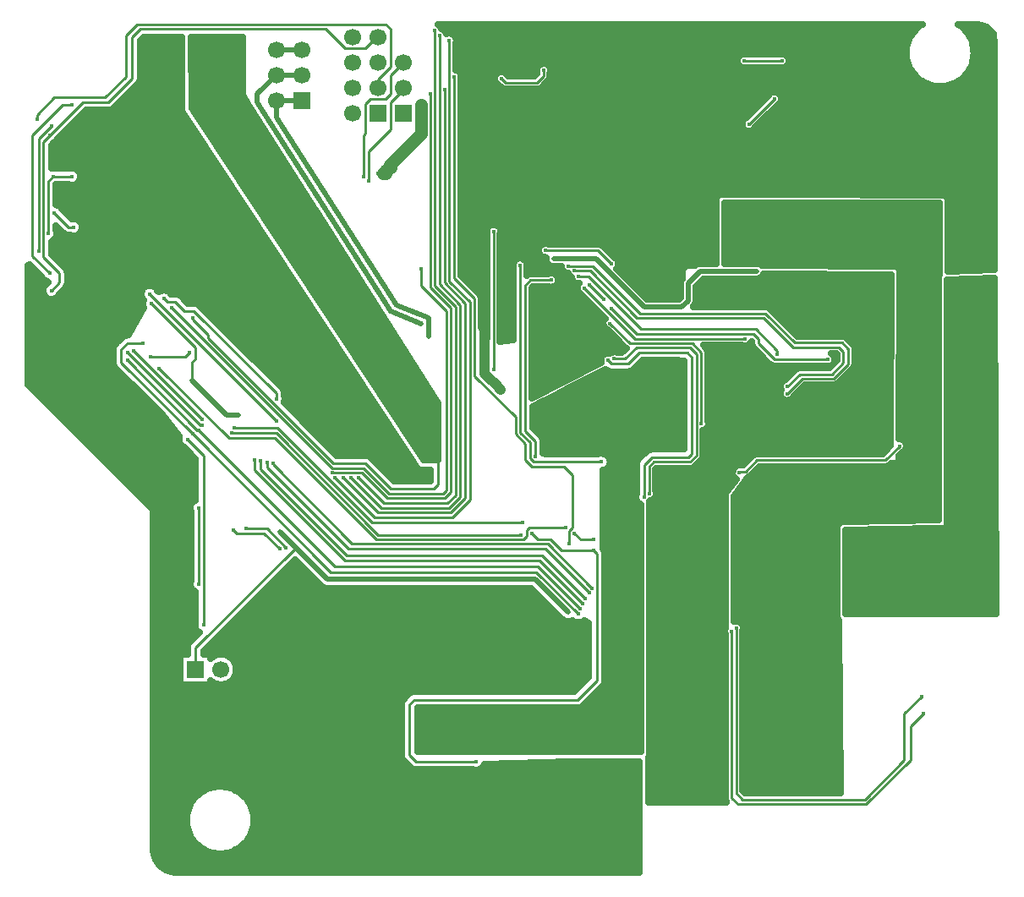
<source format=gbl>
G04 DipTrace 3.0.0.2*
G04 Bottom.gbr*
%MOIN*%
G04 #@! TF.FileFunction,Copper,L2,Bot*
G04 #@! TF.Part,Single*
G04 #@! TA.AperFunction,Conductor*
%ADD13C,0.01*%
%ADD16C,0.02*%
%ADD19C,0.05*%
G04 #@! TA.AperFunction,ViaPad*
%ADD21C,0.015*%
G04 #@! TA.AperFunction,Conductor*
%ADD25C,0.04*%
G04 #@! TA.AperFunction,CopperBalancing*
%ADD28C,0.025*%
G04 #@! TA.AperFunction,ComponentPad*
%ADD40R,0.066929X0.066929*%
%ADD41C,0.066929*%
%FSLAX26Y26*%
G04*
G70*
G90*
G75*
G01*
G04 Bottom*
%LPD*%
X2469000Y3607689D2*
D13*
Y3586154D1*
X2443000Y3560154D1*
X2319000D1*
X2303000Y3576154D1*
X3409750Y3645654D2*
X3259751D1*
X2569000Y1743154D2*
Y1791154D1*
X2582000Y1804154D1*
Y2013154D1*
X2549500Y2045654D1*
X2423500D1*
X2397250Y2071904D1*
Y2135904D1*
X2358000Y2175154D1*
Y2241154D1*
X2197250Y2401904D1*
Y2708155D1*
X2116000Y2789404D1*
Y3583154D1*
X1267452Y2250335D2*
D16*
X1220019D1*
X1083647Y2386706D1*
X2566000Y1470654D2*
X2434751Y1601903D1*
X1616002D1*
X1491528Y1726377D1*
X1428500Y1789404D1*
X1083647Y2386706D2*
D13*
Y2457051D1*
X1097250Y2470654D1*
Y2514404D1*
X922250Y2689404D1*
X1097251Y1245654D2*
Y1332100D1*
X1491528Y1726377D1*
X3378500Y3495655D2*
X3278500Y3395655D1*
X1847250Y3201903D2*
D19*
X1834750D1*
X1862876Y3230029D1*
Y3236278D1*
X1984750Y3358152D1*
Y3470654D1*
Y3451903D2*
Y3470654D1*
X1866000Y3226903D2*
X1862876Y3230029D1*
X3344897Y1669154D2*
D13*
Y1623637D1*
X3346647Y1621886D1*
Y1022507D1*
X3461000Y908154D1*
X1416000Y3490154D2*
D16*
Y3420654D1*
X1891000Y2683154D1*
X2016000Y2633154D1*
Y2558154D1*
X1516000Y3490154D2*
X1416000D1*
X1984750Y2608154D2*
X1866000Y2658154D1*
X1341000Y3483154D1*
Y3515154D1*
X1416000Y3590154D1*
X1516000D1*
Y3690154D2*
X1416000D1*
X1084751Y2633154D2*
D13*
Y2626903D1*
X1147250Y2564404D1*
Y2551904D1*
X1641000Y2058154D1*
X1766000D1*
X1866000Y1958154D1*
X2034751D1*
X2053500Y1976903D1*
Y2095654D1*
X2016000Y2133154D1*
X2237000Y2697154D2*
D25*
Y2412154D1*
X2257000Y2392154D1*
X2278500Y2370654D1*
X2300000Y2349154D1*
X2237000Y2697154D2*
Y2736154D1*
X2278000Y2371154D2*
X2278500Y2370654D1*
X2257000Y2392154D2*
D3*
X918065Y2480151D2*
D13*
X1056748D1*
X1072251Y2495654D1*
X2178500Y3658154D2*
X2378500D1*
X1816000Y3740154D2*
X1810500D1*
X1766000Y3695654D1*
X1684750D1*
X1609750Y3770654D1*
X878499D1*
X847250Y3739404D1*
Y3576903D1*
X753500Y3483154D1*
X653499D1*
X522250Y3351904D1*
X497250Y3326904D1*
Y2870655D1*
X559751Y2808154D1*
Y2770654D1*
X528500Y2739403D1*
X853500Y2501903D2*
X1122250Y2233154D1*
X609751Y3189403D2*
X534751D1*
X1122250Y2208154D2*
X1116000D1*
X828500Y2495654D1*
X516000Y2964404D2*
Y3170652D1*
X534751Y3189403D1*
X2378500Y1776904D2*
X1816250D1*
X1415000Y2178154D1*
X1240000D1*
X2385225Y1824773D2*
X2387356Y1826904D1*
X1792250D1*
X1421000Y2198154D1*
X1251000D1*
X1128500Y1420654D2*
Y2089404D1*
X1066000Y2151904D1*
X1984750Y2826903D2*
Y2758154D1*
X2084750Y2658154D1*
Y1951903D1*
X2072251Y1939404D1*
X1859750D1*
X1759750Y2039404D1*
X1634750D1*
X1003500Y2670654D1*
X2607000Y2795154D2*
X2646000D1*
X2853000Y2588154D1*
X3305000D1*
X3389713Y2503441D1*
Y2490554D1*
X2591000Y2818154D2*
X2652000D1*
X2837000Y2633154D1*
X3336000D1*
X3452000Y2517154D1*
X3633000D1*
X3651000Y2499154D1*
Y2455154D1*
X3606000Y2410154D1*
X3478154D1*
X3430982Y2362982D1*
X3263000Y2549154D2*
X2829000D1*
X2629000Y2749154D1*
X2649000Y2763154D2*
X2706000Y2706154D1*
X2566000Y2837154D2*
X2663000D1*
X2850000Y2650154D1*
X3343000D1*
X3459000Y2534154D1*
X3646000D1*
X3670000Y2510154D1*
Y2450154D1*
X3613000Y2393154D1*
X3487977D1*
X3428681Y2333858D1*
X3091000Y2214404D2*
Y2495654D1*
X3055500Y2531154D1*
X2810000D1*
X2731000Y2610154D1*
X2508000Y2864154D2*
D16*
X2675000D1*
X2865000Y2674154D1*
X3014000D1*
X3039000Y2699154D1*
Y2769154D1*
X3086000Y2816154D1*
X3309000D1*
X2499000Y2780665D2*
D13*
X2417332D1*
X2396230Y2759563D1*
Y2185382D1*
X2435814Y2145798D1*
Y2084517D1*
X3589425Y2468083D2*
X3378071D1*
X3315274Y2530879D1*
Y2549879D1*
X3295000Y2570154D1*
X2835000D1*
X2735000Y2670154D1*
X2375946Y2840207D2*
Y2180188D1*
X2414583Y2141551D1*
Y2079315D1*
X2429494Y2064404D1*
X2697250D1*
X2591000Y1783154D2*
X2615708Y1758446D1*
X2666000D1*
X1109751Y1881904D2*
Y1583154D1*
X1329000Y2073154D2*
Y2031154D1*
X1685000Y1675154D1*
X2454000D1*
X2623000Y1506154D1*
X1353000Y2069154D2*
Y2037154D1*
X1693000Y1697154D1*
X2464000D1*
X2634000Y1527154D1*
X2648000Y1548154D2*
X2475000Y1721154D1*
X1699000D1*
X1378000Y2042154D1*
Y2063154D1*
X1402000Y2060154D2*
Y2054154D1*
X1714000Y1742154D1*
X2485000D1*
X2660000Y1567154D1*
X2272000Y2429154D2*
Y2973154D1*
X2477000Y2898154D2*
X2684000D1*
X2736000Y2846154D1*
X2422251Y1783154D2*
X2447251Y1758154D1*
X2497251D1*
X2541000Y1714404D1*
X2666002D1*
X3241000Y2020654D2*
Y2026903D1*
X3266000D1*
X3309751Y2070654D1*
X3816002D1*
X3872251Y2126903D1*
X2203500Y883154D2*
X1966000D1*
X1941000Y908154D1*
Y1108152D1*
X1959751Y1126903D1*
X2603500D1*
X2678500Y1201903D1*
Y1701906D1*
X2666002Y1714404D1*
X1297250Y1801903D2*
X1378502D1*
X1453500Y1726904D1*
X1759750Y3189403D2*
Y3351903D1*
X1766000Y3358154D1*
Y3476903D1*
X1784751Y3495654D1*
X1847251D1*
X1866000Y3514403D1*
Y3590154D1*
X1916000Y3640154D1*
X2613000Y1485154D2*
X2447000Y1651154D1*
X1646000D1*
X1108000Y2189154D1*
X1103750D1*
X828500Y2464403D1*
X478500Y2895654D2*
Y3339404D1*
X528500Y3389404D1*
X1816000Y3540154D2*
Y3570654D1*
X1866000Y3620654D1*
Y3770654D1*
X1847250Y3789404D1*
X866000D1*
X822250Y3745654D1*
Y3583152D1*
X741000Y3501903D1*
X540999D1*
X472250Y3433154D1*
Y3414404D1*
X1416000Y2226904D2*
X916002Y2726903D1*
X616000Y2989404D2*
X597250D1*
X541000Y3045654D1*
X2606000Y1464154D2*
X2441000Y1629154D1*
X1631000D1*
X1085000Y2175154D1*
X891000Y2533154D2*
X828500D1*
X803500Y2508154D1*
Y2456654D1*
X1085000Y2175154D1*
X609751Y3470654D2*
X572251D1*
X453500Y3351903D1*
Y2876903D1*
X522250Y2808154D1*
X1414718Y2313122D2*
Y2334436D1*
X1091000Y2658154D1*
X1053500D1*
X1016000Y2695654D1*
X984750D1*
X972250Y2708154D1*
X3959751Y1139404D2*
X3891000Y1070654D1*
Y889403D1*
X3734751Y733154D1*
X3253500D1*
X3228500Y758154D1*
Y1408154D1*
X2884750Y1939404D2*
Y2045652D1*
X2903500Y2064403D1*
X3047250D1*
X3072250Y2089403D1*
Y2489404D1*
X3047250Y2514404D1*
X2834751D1*
X2791000Y2470654D1*
X2747250D1*
X2722251Y2464403D2*
X2734751Y2451903D1*
X2803499D1*
X2847250Y2495654D1*
X3034751D1*
X3053500Y2476904D1*
Y2095654D1*
X3041000Y2083154D1*
X2897251D1*
X2866000Y2051903D1*
Y1926904D1*
X3209750Y1395654D2*
Y739404D1*
X3234750Y714404D1*
X3741002D1*
X3916000Y889403D1*
Y1020654D1*
X3966000Y1070654D1*
X2059750Y3745654D2*
Y2764404D1*
X2141000Y2683154D1*
Y1926903D1*
X2097251Y1883154D1*
X1828500D1*
X1709750Y2001904D1*
X2041000Y3764403D2*
Y2758154D1*
X2122250Y2676904D1*
Y1933152D1*
X2091000Y1901903D1*
X1841000D1*
X1740999Y2001904D1*
X2022250Y3514403D2*
Y2751904D1*
X2103500Y2670654D1*
Y1945654D1*
X2078500Y1920654D1*
X1853500D1*
X1753500Y2020654D1*
X1634751D1*
X2078500Y3533154D2*
Y2770654D1*
X2159750Y2689404D1*
Y1920654D1*
X2103500Y1864404D1*
X1816000D1*
X1678500Y2001904D1*
X2097250Y3726904D2*
Y2776904D1*
X2178500Y2695654D1*
Y1914403D1*
X2109751Y1845654D1*
X1803502D1*
X1647251Y2001904D1*
X2555935Y1805088D2*
X2412935D1*
X2403500Y1795654D1*
Y1770654D1*
X2391000Y1758154D1*
X1809750D1*
X1409750Y2158154D1*
X1228500D1*
X953500Y2433154D1*
X1916000Y3540154D2*
X1909750Y3546404D1*
Y3526903D1*
X1866000Y3483154D1*
Y3376903D1*
X1778500Y3289403D1*
Y3170654D1*
X1428500Y1720654D2*
X1366000Y1783154D1*
X1259750D1*
X1247250Y1795654D1*
D21*
X2469000Y3607689D3*
X2303000Y3576154D3*
D3*
X3409750Y3645654D3*
X3259751D3*
X2569000Y1743154D3*
X2116000Y3583154D3*
X1267452Y2250335D3*
X1083647Y2386706D3*
X2566000Y1470654D3*
X1428500Y1789404D3*
X922250Y2689404D3*
X3378500Y3495655D3*
X3278500Y3395655D3*
X1984750Y3470654D3*
X1847250Y3201903D3*
X1984750Y3470654D3*
D3*
X3344897Y1669154D3*
X2016000Y2558154D3*
X1984750Y2608154D3*
X1084751Y2633154D3*
X2237000Y2697154D3*
X2300000Y2349154D3*
X2237000Y2697154D3*
X918065Y2480151D3*
X1072251Y2495654D3*
X2178500Y3658154D3*
X522250Y3351904D3*
X528500Y2739403D3*
X853500Y2501903D3*
X1122250Y2233154D3*
X609751Y3189403D3*
X534751D3*
X1122250Y2208154D3*
X828500Y2495654D3*
X516000Y2964404D3*
X2378500Y1776904D3*
X1240000Y2178154D3*
X2385225Y1824773D3*
X1251000Y2198154D3*
X1128500Y1420654D3*
X1066000Y2151904D3*
X1984750Y2826903D3*
X1003500Y2670654D3*
X2607000Y2795154D3*
X3389713Y2490554D3*
X2591000Y2818154D3*
X3430982Y2362982D3*
X3263000Y2549154D3*
X2629000Y2749154D3*
X2649000Y2763154D3*
X2706000Y2706154D3*
X2566000Y2837154D3*
X3428681Y2333858D3*
X3091000Y2214404D3*
X2731000Y2610154D3*
X2508000Y2864154D3*
X3309000Y2816154D3*
X2499000Y2780665D3*
X2435814Y2084517D3*
X3589425Y2468083D3*
X2735000Y2670154D3*
X2375946Y2840207D3*
X2697250Y2064404D3*
X2591000Y1783154D3*
X2666000Y1758446D3*
X1109751Y1881904D3*
Y1583154D3*
X1329000Y2073154D3*
X2623000Y1506154D3*
X1353000Y2069154D3*
X2634000Y1527154D3*
X2648000Y1548154D3*
X1378000Y2063154D3*
X1402000Y2060154D3*
X2660000Y1567154D3*
X2272000Y2429154D3*
Y2973154D3*
X2477000Y2898154D3*
X2736000Y2846154D3*
X2422251Y1783154D3*
X2666002Y1714404D3*
X3241000Y2020654D3*
X3872251Y2126903D3*
X2203500Y883154D3*
X1297250Y1801903D3*
X1453500Y1726904D3*
X1759750Y3189403D3*
X2613000Y1485154D3*
X1108000Y2189154D3*
X828500Y2464403D3*
X478500Y2895654D3*
X528500Y3389404D3*
X472250Y3414404D3*
X1416000Y2226904D3*
X916002Y2726903D3*
X616000Y2989404D3*
X541000Y3045654D3*
X2606000Y1464154D3*
X1085000Y2175154D3*
X891000Y2533154D3*
X609751Y3470654D3*
X522250Y2808154D3*
X972250Y2708154D3*
X1414718Y2313122D3*
X3959751Y1139404D3*
X3228500Y1408154D3*
X2884750Y1939404D3*
X2747250Y2470654D3*
X2722251Y2464403D3*
X2866000Y1926904D3*
X3209750Y1395654D3*
X3966000Y1070654D3*
X2059750Y3745654D3*
X1709750Y2001904D3*
X2041000Y3764403D3*
X1740999Y2001904D3*
X2022250Y3514403D3*
X1634751Y2020654D3*
X2078500Y3533154D3*
X1678500Y2001904D3*
X2097250Y3726904D3*
X1647251Y2001904D3*
X2555935Y1805088D3*
X953500Y2433154D3*
X1778500Y3170654D3*
X1428500Y1720654D3*
X1247250Y1795654D3*
X3441000Y3358154D3*
Y3408154D3*
X3391000D3*
Y3358154D3*
X2431000Y2248154D3*
X2461000D3*
Y2218154D3*
X2431000D3*
Y2188154D3*
X2461000D3*
X2491000Y2248154D3*
Y2218154D3*
X2941000Y2448154D3*
X2981000D3*
X3021000D3*
Y2408154D3*
Y2368154D3*
X2981000Y2408154D3*
X2941000D3*
Y2368154D3*
X2981000D3*
X2481000Y2708154D3*
X2521000D3*
X2501000Y2668154D3*
X2541000D3*
X2561000Y2708154D3*
X2581000Y2668154D3*
X2491000Y2688154D3*
X2531000D3*
X2481000Y2648154D3*
X2491000Y2628154D3*
X2571000Y2688154D3*
X2501000Y2608154D3*
X2521000Y2648154D3*
X2531000Y2628154D3*
X2541000Y2608154D3*
X2561000Y2648154D3*
X2571000Y2628154D3*
X2581000Y2608154D3*
X2571000Y2408154D3*
X2481000D3*
X2511000D3*
X2541000D3*
X2481000Y2378154D3*
X2511000D3*
X2481000Y2348154D3*
X2451000Y2378154D3*
Y2348154D3*
X2541000Y2378154D3*
X2237000Y2736154D3*
X2278000Y2371154D3*
X2257000Y2392154D3*
X3191000Y3058154D3*
Y3038154D3*
Y3018154D3*
Y2998154D3*
X3211000Y3058154D3*
Y3038154D3*
Y3018154D3*
Y2998154D3*
X3231000Y3058154D3*
Y3038154D3*
Y3018154D3*
Y2998154D3*
X3251000Y3058154D3*
Y3038154D3*
Y3018154D3*
Y2998154D3*
X3101000Y868154D3*
X3131000D3*
X3161000D3*
X3191000D3*
Y848154D3*
X3161000D3*
X3131000D3*
X3101000D3*
Y828154D3*
X3131000D3*
X3161000D3*
X3191000D3*
Y808154D3*
X3161000D3*
X3131000D3*
X3101000D3*
X3461000Y908154D3*
X3491000D3*
X3521000D3*
X3551000D3*
X3581000D3*
X3551000Y878154D3*
X3581000D3*
X3521000D3*
X3491000D3*
X3461000D3*
Y848154D3*
X3491000D3*
X3521000D3*
X3551000D3*
X3581000D3*
Y818154D3*
X3551000D3*
X3521000D3*
X3491000D3*
X3461000D3*
X2841000Y2818154D3*
X2871000D3*
X2901000D3*
X2931000D3*
X2841000Y2798154D3*
X2871000D3*
X2901000D3*
X2931000D3*
Y2778154D3*
X2901000D3*
X2871000D3*
X2841000D3*
X3141000Y2758154D3*
Y2728154D3*
Y2698154D3*
X3171000D3*
Y2728154D3*
Y2758154D3*
X3201000D3*
Y2728154D3*
Y2698154D3*
X3231000D3*
Y2728154D3*
Y2758154D3*
X2378500Y3658154D3*
X2403500D3*
Y3633154D3*
X2378500D3*
X2911000Y2158154D3*
X2951000D3*
X2991000D3*
X3031000D3*
Y2118154D3*
X2991000D3*
X2951000D3*
X2911000D3*
X2871000Y2158154D3*
Y2118154D3*
X2831000Y2158154D3*
Y2118154D3*
X2791000D3*
Y2158154D3*
X1991000Y1058154D3*
X2041000D3*
Y1008154D3*
X1991000D3*
Y1033154D3*
X2041000D3*
X2016000D3*
Y1058154D3*
Y1008154D3*
X1991000Y1083154D3*
X2016000D3*
X2041000D3*
X2066000D3*
Y1058154D3*
Y1033154D3*
Y1008154D3*
X1966000Y2233154D3*
X2016000D3*
Y2183154D3*
X1966000D3*
Y2133154D3*
X2016000D3*
Y2158154D3*
X1966000D3*
Y2208154D3*
X2016000D3*
X1991000Y2233154D3*
Y2208154D3*
Y2183154D3*
Y2158154D3*
Y2133154D3*
X1984750Y3451903D3*
Y3489403D3*
X1816000Y3201903D3*
X1834750Y3226903D3*
X1866000D3*
X4091000Y2758154D3*
X4141000D3*
X4191000D3*
X4241000D3*
Y2708154D3*
X4191000D3*
X4141000D3*
X4091000D3*
Y2658154D3*
X4141000D3*
X4191000D3*
X4241000D3*
X4091000Y2608154D3*
X4141000D3*
X4191000D3*
X4241000D3*
X4191000Y1508154D3*
Y1608154D3*
Y1558154D3*
X4141000Y1608154D3*
Y1558154D3*
Y1508154D3*
X4091000D3*
Y1558154D3*
Y1608154D3*
X3341000Y3708154D3*
X3316000D3*
X3366000D3*
Y3683154D3*
X3341000D3*
X3316000D3*
X3303500Y3545654D3*
X3316000Y3533154D3*
X3303500Y3520654D3*
X3316000Y3508154D3*
X1541000Y2258154D3*
X1591000D3*
X1641000D3*
X1691000D3*
X1541000Y2208154D3*
X1591000D3*
X1641000D3*
X1691000D3*
X1591000Y2158154D3*
X1641000D3*
X1691000D3*
X1591000Y2308154D3*
X1641000D3*
X1691000D3*
X1541000D3*
X1941000Y2008154D3*
X1991000D3*
X891000Y3258154D3*
X991000D3*
X1091000D3*
X891000Y3158154D3*
X991000D3*
X1091000D3*
Y3058154D3*
X991000D3*
X891000D3*
Y2958154D3*
X991000D3*
X1091000D3*
X891000Y2858154D3*
X991000D3*
X1091000D3*
X991000Y2758154D3*
X1091000D3*
X891000D3*
X1191000Y3058154D3*
Y2958154D3*
Y2858154D3*
Y2758154D3*
Y2658154D3*
X1291000D3*
Y2758154D3*
Y2858154D3*
Y2958154D3*
X1391000Y2858154D3*
Y2758154D3*
Y2658154D3*
X1291000Y2558154D3*
X1591000Y2458154D3*
X1691000D3*
Y2358154D3*
X1591000D3*
Y2558154D3*
X491000D3*
Y2658154D3*
Y2458154D3*
X591000D3*
X691000D3*
X491000Y2358154D3*
X591000D3*
Y2258154D3*
X691000D3*
Y2158154D3*
X791000D3*
Y2258154D3*
Y2058154D3*
X891000D3*
X991000Y1858154D3*
Y1558154D3*
Y1358154D3*
Y1458154D3*
Y1258154D3*
Y1158154D3*
Y1058154D3*
Y958154D3*
Y858154D3*
Y758154D3*
Y658154D3*
Y558154D3*
X1091000Y458154D3*
X1191000D3*
X1491000D3*
X1291000D3*
X1391000D3*
Y558154D3*
Y658154D3*
Y758154D3*
X1291000Y858154D3*
X1191000D3*
X1091000D3*
Y958154D3*
X1191000D3*
X1091000Y1058154D3*
X1191000D3*
X1291000D3*
Y958154D3*
X1391000D3*
Y1058154D3*
X1291000Y1158154D3*
X1391000D3*
X1491000Y658154D3*
Y558154D3*
X1591000Y458154D3*
Y558154D3*
Y658154D3*
X1691000D3*
Y558154D3*
Y458154D3*
X1791000D3*
Y558154D3*
Y658154D3*
X1891000Y458154D3*
X2091000D3*
X2191000D3*
X1991000D3*
X2291000D3*
X2491000D3*
X2391000D3*
Y558154D3*
Y658154D3*
X2491000Y558154D3*
Y658154D3*
Y758154D3*
Y858154D3*
X2591000D3*
X2391000Y758154D3*
Y858154D3*
X2291000Y758154D3*
Y858154D3*
X2591000Y758154D3*
Y658154D3*
Y558154D3*
Y458154D3*
X2691000D3*
Y558154D3*
Y658154D3*
Y758154D3*
Y858154D3*
X2791000D3*
Y758154D3*
Y658154D3*
Y558154D3*
Y458154D3*
X2491000Y1158154D3*
Y1258154D3*
Y1358154D3*
Y1458154D3*
X2591000Y1358154D3*
Y1258154D3*
Y1158154D3*
X3491000Y3658154D3*
X3591000D3*
X3691000D3*
X3591000Y3758154D3*
X3491000D3*
X3691000D3*
X3791000D3*
X3891000D3*
X3791000Y3658154D3*
X3891000D3*
Y3558154D3*
X3791000D3*
X3691000D3*
X3591000D3*
Y3458154D3*
X3691000D3*
X3791000D3*
X3891000D3*
X3991000D3*
X4091000D3*
X4191000D3*
Y3558154D3*
X4091000D3*
X4191000Y3658154D3*
Y3758154D3*
X1291000Y1358154D3*
X2403630Y2807785D2*
D28*
X2562790D1*
X2529118Y2782916D2*
X2579635D1*
X2517498Y2758047D2*
X2600290D1*
X2423894Y2733179D2*
X2603855D1*
X2423894Y2708310D2*
X2631735D1*
X2423894Y2683441D2*
X2656589D1*
X2423894Y2658572D2*
X2681442D1*
X2423894Y2633704D2*
X2706345D1*
X2423894Y2608835D2*
X2700827D1*
X2423894Y2583966D2*
X2719089D1*
X2423894Y2559097D2*
X2743942D1*
X2423894Y2534228D2*
X2768795D1*
X2423894Y2509360D2*
X2791599D1*
X2423894Y2484491D2*
X2700681D1*
X2423894Y2459622D2*
X2692478D1*
X2423894Y2434753D2*
X2652292D1*
X2423894Y2409885D2*
X2603074D1*
X2423894Y2385016D2*
X2553855D1*
X2423894Y2360147D2*
X2504635D1*
X2423894Y2335278D2*
X2455369D1*
X2421386Y2316856D2*
X2695907Y2455843D1*
X2694637Y2462230D1*
X2694891Y2468736D1*
X2696659Y2475003D1*
X2699841Y2480685D1*
X2704261Y2485466D1*
X2709675Y2489084D1*
X2715785Y2491337D1*
X2722251Y2492102D1*
X2728807Y2491312D1*
X2732776Y2494272D1*
X2738689Y2496997D1*
X2745076Y2498268D1*
X2751583Y2498013D1*
X2757849Y2496246D1*
X2759750Y2495853D1*
X2775814D1*
X2785483Y2500772D1*
X2795188Y2510767D1*
X2792181Y2513335D1*
X2721309Y2584207D1*
X2716526Y2586536D1*
X2711414Y2590567D1*
X2707382Y2595680D1*
X2704656Y2601593D1*
X2703386Y2607980D1*
X2703641Y2614487D1*
X2705408Y2620753D1*
X2708591Y2626436D1*
X2712131Y2630404D1*
X2619316Y2723200D1*
X2614526Y2725536D1*
X2609414Y2729567D1*
X2605382Y2734680D1*
X2602656Y2740593D1*
X2601386Y2746980D1*
X2601641Y2753487D1*
X2603408Y2759753D1*
X2606591Y2765436D1*
X2608255Y2767487D1*
X2602667Y2767794D1*
X2596400Y2769562D1*
X2590718Y2772744D1*
X2585937Y2777164D1*
X2582319Y2782578D1*
X2580066Y2788688D1*
X2579385Y2793005D1*
X2574718Y2795744D1*
X2569937Y2800164D1*
X2566319Y2805578D1*
X2564694Y2809490D1*
X2559534Y2810219D1*
X2553424Y2812473D1*
X2548011Y2816091D1*
X2543591Y2820872D1*
X2540408Y2826554D1*
X2539529Y2829043D1*
X2402290Y2831647D1*
X2401135Y2828735D1*
X2401146Y2799924D1*
X2405891Y2803118D1*
X2411449Y2805169D1*
X2417664Y2805852D1*
X2487499Y2805866D1*
X2492534Y2807600D1*
X2499000Y2808365D1*
X2505466Y2807600D1*
X2511576Y2805347D1*
X2516990Y2801728D1*
X2521410Y2796948D1*
X2524592Y2791265D1*
X2526360Y2784999D1*
X2526614Y2778492D1*
X2525344Y2772105D1*
X2522618Y2766192D1*
X2518587Y2761079D1*
X2513474Y2757047D1*
X2507561Y2754322D1*
X2501173Y2753051D1*
X2494667Y2753306D1*
X2488400Y2755074D1*
X2486500Y2755465D1*
X2427760D1*
X2421444Y2749139D1*
X2421429Y2316839D1*
X3095839Y2780785D2*
X3837861D1*
X3071670Y2755916D2*
X3837763D1*
X3071670Y2731047D2*
X3837666D1*
X3071670Y2706179D2*
X3837567D1*
X3065858Y2681310D2*
X3837470D1*
X3374843Y2656441D2*
X3837373D1*
X3399697Y2631572D2*
X3837226D1*
X3424550Y2606704D2*
X3837128D1*
X3449453Y2581835D2*
X3837030D1*
X3659170Y2556966D2*
X3836933D1*
X3686171Y2532097D2*
X3836835D1*
X3115858Y2507228D2*
X3300799D1*
X3697694D2*
X3836738D1*
X3118690Y2482360D2*
X3325654D1*
X3697694D2*
X3836639D1*
X3118690Y2457491D2*
X3350555D1*
X3697694D2*
X3836542D1*
X3118690Y2432622D2*
X3464277D1*
X3690566D2*
X3836445D1*
X3118690Y2407753D2*
X3437617D1*
X3665711D2*
X3836347D1*
X3118690Y2382885D2*
X3409198D1*
X3640858D2*
X3836250D1*
X3118690Y2358016D2*
X3401239D1*
X3490957D2*
X3836151D1*
X3118690Y2333147D2*
X3398505D1*
X3466103D2*
X3836054D1*
X3118690Y2308278D2*
X3415546D1*
X3441786D2*
X3835957D1*
X3118690Y2283410D2*
X3835858D1*
X3118690Y2258541D2*
X3835711D1*
X3118690Y2233672D2*
X3835614D1*
X3120643Y2208803D2*
X3835517D1*
X3099941Y2183934D2*
X3835419D1*
X3099941Y2159066D2*
X3835322D1*
X3099941Y2134197D2*
X3835223D1*
X3099941Y2109328D2*
X3816571D1*
X3099453Y2084459D2*
X3285419D1*
X3080555Y2059591D2*
X3260566D1*
X2912441Y2034722D2*
X3214570D1*
X2912441Y2009853D2*
X3213007D1*
X2912441Y1984984D2*
X3217158D1*
X2912441Y1960116D2*
X3197626D1*
X2914638Y1935247D2*
X3183026D1*
X2890711Y1910378D2*
X3183075D1*
X2888710Y1885509D2*
X3183125D1*
X2888710Y1860641D2*
X3183173D1*
X2888710Y1835772D2*
X3183271D1*
X2888710Y1810903D2*
X3183319D1*
X2888710Y1786034D2*
X3183369D1*
X2888710Y1761165D2*
X3183418D1*
X2888710Y1736297D2*
X3183515D1*
X2888710Y1711428D2*
X3183563D1*
X2888710Y1686559D2*
X3183613D1*
X2888710Y1661690D2*
X3183662D1*
X2888710Y1636822D2*
X3183710D1*
X2888710Y1611953D2*
X3183807D1*
X2888710Y1587084D2*
X3183857D1*
X2888710Y1562215D2*
X3183906D1*
X2888710Y1537347D2*
X3183954D1*
X2888710Y1512478D2*
X3184051D1*
X2888710Y1487609D2*
X3184101D1*
X2888710Y1462740D2*
X3184150D1*
X2888710Y1437872D2*
X3184198D1*
X2888710Y1413003D2*
X3184295D1*
X2888710Y1388134D2*
X3180586D1*
X2888710Y1363265D2*
X3182050D1*
X2888710Y1338396D2*
X3182050D1*
X2888710Y1313528D2*
X3182050D1*
X2888710Y1288659D2*
X3182050D1*
X2888710Y1263790D2*
X3182050D1*
X2888710Y1238921D2*
X3182050D1*
X2888710Y1214053D2*
X3182050D1*
X2888710Y1189184D2*
X3182050D1*
X2888710Y1164315D2*
X3182050D1*
X2888710Y1139446D2*
X3182050D1*
X2888710Y1114578D2*
X3182050D1*
X2888710Y1089709D2*
X3182050D1*
X2888710Y1064840D2*
X3182050D1*
X2888710Y1039971D2*
X3182050D1*
X2888710Y1015102D2*
X3182050D1*
X2888710Y990234D2*
X3182050D1*
X2888710Y965365D2*
X3182050D1*
X2888710Y940496D2*
X3182050D1*
X2888710Y915627D2*
X3182050D1*
X2886000Y890759D2*
X3182050D1*
X2886000Y865890D2*
X3182050D1*
X2886000Y841021D2*
X3182050D1*
X2886000Y816152D2*
X3182050D1*
X2886000Y791284D2*
X3182050D1*
X2886000Y766415D2*
X3182050D1*
X2886000Y741546D2*
X3182050D1*
X3577950Y2442883D2*
X3374129Y2443193D1*
X3368428Y2444801D1*
X3363259Y2447696D1*
X3360252Y2450264D1*
X3294887Y2516067D1*
X3291992Y2521236D1*
X3290385Y2526937D1*
X3290075Y2530879D1*
Y2539424D1*
X3289235Y2540299D1*
X3286618Y2534680D1*
X3282587Y2529567D1*
X3277474Y2525536D1*
X3271561Y2522810D1*
X3265173Y2521539D1*
X3258667Y2521794D1*
X3252400Y2523562D1*
X3250500Y2523954D1*
X3098303D1*
X3111387Y2510466D1*
X3114282Y2505297D1*
X3115890Y2499596D1*
X3116200Y2495654D1*
Y2225878D1*
X3117935Y2220870D1*
X3118700Y2214404D1*
X3117935Y2207938D1*
X3115681Y2201828D1*
X3112063Y2196415D1*
X3107282Y2191995D1*
X3101600Y2188812D1*
X3097441Y2187465D1*
X3097372Y2087425D1*
X3096217Y2081616D1*
X3093736Y2076236D1*
X3089824Y2071358D1*
X3063616Y2045240D1*
X3058690Y2041949D1*
X3053133Y2039899D1*
X3046918Y2039215D1*
X2913900Y2039202D1*
X2909960Y2035225D1*
X2909949Y1950877D1*
X2911684Y1945870D1*
X2912449Y1939404D1*
X2911684Y1932938D1*
X2909431Y1926828D1*
X2905813Y1921415D1*
X2901032Y1916995D1*
X2895349Y1913812D1*
X2889424Y1912113D1*
X2886200Y1907908D1*
X2885952Y904994D1*
X2884663Y900424D1*
X2883765Y898567D1*
X2883500Y868154D1*
Y720654D1*
X3188529D1*
X3188263Y726238D1*
X3185782Y731617D1*
X3184628Y737427D1*
X3184550Y989404D1*
Y1384180D1*
X3182815Y1389188D1*
X3182050Y1395654D1*
X3182815Y1402120D1*
X3185068Y1408230D1*
X3186797Y1411123D1*
X3185650Y1939079D1*
X3186849Y1942802D1*
X3188168Y1944873D1*
X3228305Y1995990D1*
X3223011Y1999591D1*
X3218591Y2004372D1*
X3215408Y2010054D1*
X3213641Y2016320D1*
X3213386Y2022827D1*
X3214656Y2029214D1*
X3217033Y2034690D1*
X3219513Y2040070D1*
X3223181Y2044722D1*
X3227834Y2048390D1*
X3233213Y2050870D1*
X3239023Y2052025D1*
X3255600Y2052102D1*
X3293385Y2089816D1*
X3298310Y2093108D1*
X3303868Y2095158D1*
X3310083Y2095841D1*
X3805600Y2095853D1*
X3837704Y2128204D1*
X3840449Y2803735D1*
X3337004Y2804919D1*
X3334750Y2800374D1*
X3330355Y2794799D1*
X3324780Y2790404D1*
X3318332Y2787432D1*
X3311370Y2786047D1*
X3098516Y2785961D1*
X3069201Y2756654D1*
X3069108Y2696784D1*
X3067722Y2689822D1*
X3064750Y2683374D1*
X3060355Y2677799D1*
X3060104Y2677566D1*
X3057903Y2675348D1*
X3344978Y2675276D1*
X3350788Y2674121D1*
X3356167Y2671641D1*
X3361045Y2667728D1*
X3469475Y2559318D1*
X3647978Y2559276D1*
X3653788Y2558121D1*
X3659167Y2555641D1*
X3664045Y2551728D1*
X3689163Y2526520D1*
X3692454Y2521595D1*
X3694504Y2516037D1*
X3695188Y2509822D1*
X3695122Y2448176D1*
X3693967Y2442366D1*
X3691487Y2436987D1*
X3687575Y2432109D1*
X3629366Y2373991D1*
X3624441Y2370700D1*
X3618883Y2368650D1*
X3612668Y2367966D1*
X3498400Y2367954D1*
X3454662Y2324201D1*
X3452299Y2319385D1*
X3448268Y2314272D1*
X3443155Y2310240D1*
X3437242Y2307515D1*
X3430855Y2306244D1*
X3424348Y2306499D1*
X3418082Y2308267D1*
X3412399Y2311449D1*
X3407618Y2315869D1*
X3404000Y2321282D1*
X3401747Y2327393D1*
X3400982Y2333858D1*
X3401747Y2340324D1*
X3404000Y2346434D1*
X3406301Y2350406D1*
X3404047Y2356516D1*
X3403282Y2362982D1*
X3404047Y2369448D1*
X3406301Y2375558D1*
X3409919Y2380971D1*
X3414700Y2385391D1*
X3420382Y2388574D1*
X3422002Y2389639D1*
X3463341Y2430541D1*
X3468511Y2433436D1*
X3474211Y2435043D1*
X3478154Y2435353D1*
X3595586D1*
X3625781Y2465572D1*
X3625801Y2488698D1*
X3622582Y2491934D1*
X3603899Y2491701D1*
X3609012Y2487669D1*
X3613044Y2482557D1*
X3615769Y2476643D1*
X3617040Y2470256D1*
X3616785Y2463749D1*
X3615017Y2457483D1*
X3611835Y2451801D1*
X3605708Y2445673D1*
X3600025Y2442491D1*
X3593759Y2440723D1*
X3587252Y2440469D1*
X3580865Y2441739D1*
X3577953Y2442894D1*
X3184366Y3060785D2*
X4027023D1*
X3184562Y3035916D2*
X4027023D1*
X3184806Y3011047D2*
X4027023D1*
X3185050Y2986179D2*
X4027023D1*
X3185246Y2961310D2*
X4027023D1*
X3185490Y2936441D2*
X4027023D1*
X3185734Y2911572D2*
X4027023D1*
X3185929Y2886704D2*
X4027023D1*
X3186173Y2861835D2*
X4027023D1*
X3600334Y2836966D2*
X4027023D1*
X3875675Y2812097D2*
X4027023D1*
X3875578Y2787228D2*
X4024582D1*
X3875479Y2762360D2*
X4024582D1*
X3875382Y2737491D2*
X4024582D1*
X3875285Y2712622D2*
X4024582D1*
X3875187Y2687753D2*
X4024582D1*
X3875041Y2662885D2*
X4024582D1*
X3874942Y2638016D2*
X4024582D1*
X3874845Y2613147D2*
X4024582D1*
X3874747Y2588278D2*
X4024582D1*
X3874650Y2563410D2*
X4024582D1*
X3874551Y2538541D2*
X4024582D1*
X3874454Y2513672D2*
X4024582D1*
X3874357Y2488803D2*
X4024582D1*
X3874259Y2463934D2*
X4024582D1*
X3874162Y2439066D2*
X4024582D1*
X3874063Y2414197D2*
X4024582D1*
X3873966Y2389328D2*
X4024582D1*
X3873869Y2364459D2*
X4024582D1*
X3873771Y2339591D2*
X4024582D1*
X3873673Y2314722D2*
X4024582D1*
X3873526Y2289853D2*
X4024582D1*
X3873429Y2264984D2*
X4024582D1*
X3873331Y2240116D2*
X4024582D1*
X3873234Y2215247D2*
X4024582D1*
X3873135Y2190378D2*
X4024582D1*
X3873038Y2165509D2*
X4024582D1*
X3898819Y2140641D2*
X4024582D1*
X3900138Y2115772D2*
X4024582D1*
X3874357Y2090903D2*
X4024582D1*
X3868643Y2066034D2*
X4024582D1*
X3318399Y2041165D2*
X4024582D1*
X3293498Y2016297D2*
X4024582D1*
X3268790Y1991428D2*
X4024582D1*
X3249259Y1966559D2*
X4024582D1*
X3229727Y1941690D2*
X4024582D1*
X3220743Y1916822D2*
X4024582D1*
X3220792Y1891953D2*
X4024582D1*
X3220841Y1867084D2*
X4024582D1*
X3220939Y1842215D2*
X4024582D1*
X3220987Y1817347D2*
X3624971D1*
X3221037Y1792478D2*
X3624582D1*
X3221086Y1767609D2*
X3624582D1*
X3221183Y1742740D2*
X3624582D1*
X3221231Y1717872D2*
X3624582D1*
X3221281Y1693003D2*
X3624582D1*
X3221330Y1668134D2*
X3624582D1*
X3221427Y1643265D2*
X3624582D1*
X3221475Y1618396D2*
X3624582D1*
X3221525Y1593528D2*
X3624582D1*
X3221574Y1568659D2*
X3624582D1*
X3221671Y1543790D2*
X3624582D1*
X3221719Y1518921D2*
X3624582D1*
X3221769Y1494053D2*
X3624582D1*
X3221818Y1469184D2*
X3624582D1*
X3221866Y1444315D2*
X3626046D1*
X3256290Y1419446D2*
X3628927D1*
X3256193Y1394578D2*
X3629171D1*
X3256193Y1369709D2*
X3629415D1*
X3256193Y1344840D2*
X3629659D1*
X3256193Y1319971D2*
X3629903D1*
X3256193Y1295102D2*
X3630147D1*
X3256193Y1270234D2*
X3630391D1*
X3256193Y1245365D2*
X3630635D1*
X3256193Y1220496D2*
X3630879D1*
X3256193Y1195627D2*
X3631173D1*
X3256193Y1170759D2*
X3631418D1*
X3256193Y1145890D2*
X3631662D1*
X3256193Y1121021D2*
X3631906D1*
X3256193Y1096152D2*
X3632150D1*
X3256193Y1071284D2*
X3632394D1*
X3256193Y1046415D2*
X3632638D1*
X3256193Y1021546D2*
X3632882D1*
X3256193Y996677D2*
X3633126D1*
X3256193Y971809D2*
X3633370D1*
X3256193Y946940D2*
X3633614D1*
X3256193Y922071D2*
X3633858D1*
X3256193Y897202D2*
X3634103D1*
X3256193Y872333D2*
X3634347D1*
X3256193Y847465D2*
X3634591D1*
X3256193Y822596D2*
X3634883D1*
X3256193Y797727D2*
X3635128D1*
X3256193Y772858D2*
X3635373D1*
X3330164Y2837635D2*
X3856209Y2836097D1*
X3860776Y2834797D1*
X3864914Y2832467D1*
X3868393Y2829235D1*
X3871021Y2825280D1*
X3872654Y2820822D1*
X3873200Y2816071D1*
X3870511Y2154505D1*
X3876584Y2154263D1*
X3882851Y2152495D1*
X3888533Y2149312D1*
X3893314Y2144893D1*
X3896932Y2139479D1*
X3899185Y2133369D1*
X3899950Y2126903D1*
X3899185Y2120437D1*
X3896932Y2114327D1*
X3893314Y2108913D1*
X3888533Y2104494D1*
X3882851Y2101311D1*
X3881231Y2100246D1*
X3870217Y2089231D1*
X3869939Y2074912D1*
X3868631Y2070348D1*
X3866294Y2066214D1*
X3863057Y2062740D1*
X3859097Y2060118D1*
X3854635Y2058492D1*
X3850222Y2057955D1*
X3838748Y2057828D1*
X3830814Y2050267D1*
X3825645Y2047372D1*
X3819944Y2045764D1*
X3816002Y2045453D1*
X3320152D1*
X3282366Y2007740D1*
X3277055Y2004272D1*
X3277441Y2004449D1*
X3273571Y2000690D1*
X3218188Y1930156D1*
X3219428Y1434323D1*
X3224167Y1435513D1*
X3230673Y1435768D1*
X3237061Y1434497D1*
X3242974Y1431772D1*
X3248087Y1427740D1*
X3252118Y1422627D1*
X3254844Y1416714D1*
X3256114Y1410327D1*
X3255860Y1403820D1*
X3254092Y1397554D1*
X3253700Y1395654D1*
Y768554D1*
X3263962Y758330D1*
X3638021Y758353D1*
X3631225Y1439585D1*
X3628588Y1444173D1*
X3627299Y1448743D1*
X3627051Y1464403D1*
X3627299Y1811314D1*
X3627816Y1816950D1*
X3629277Y1820579D1*
X3631788Y1823578D1*
X3635103Y1825654D1*
X3638957Y1826610D1*
X3643780Y1828053D1*
X3659433Y1828546D1*
X4027016Y1834289D1*
X4027112Y2797239D1*
X4028038Y2801896D1*
X4029210Y2804714D1*
X4029500Y2841154D1*
X4029486Y3084668D1*
X3181586Y3085639D1*
X3183819Y2846375D1*
X3311370Y2846261D1*
X3318332Y2844875D1*
X3324780Y2841903D1*
X3330226Y2837627D1*
X2082538Y3764534D2*
X3929735D1*
X4134295D2*
X4226952D1*
X2124335Y3739665D2*
X3912547D1*
X4151483D2*
X4241015D1*
X2124920Y3714797D2*
X3902343D1*
X4161688D2*
X4244579D1*
X2124920Y3689928D2*
X3897508D1*
X4166523D2*
X4244774D1*
X2124920Y3665059D2*
X3237499D1*
X3432000D2*
X3897411D1*
X4166571D2*
X4244774D1*
X2124920Y3640190D2*
X3230076D1*
X3439423D2*
X3902147D1*
X4161883D2*
X4244774D1*
X2124920Y3615322D2*
X2439891D1*
X2498114D2*
X3912156D1*
X4151824D2*
X4244774D1*
X2145232Y3590453D2*
X2276756D1*
X2329217D2*
X2435204D1*
X2496698D2*
X3929149D1*
X4134881D2*
X4244774D1*
X2143671Y3565584D2*
X2274900D1*
X2486541D2*
X3957763D1*
X4106219D2*
X4244774D1*
X2143671Y3540715D2*
X2300487D1*
X2461492D2*
X4244774D1*
X2143671Y3515847D2*
X3357030D1*
X3399969D2*
X4244774D1*
X2143671Y3490978D2*
X3335692D1*
X3408319D2*
X4244774D1*
X2143671Y3466109D2*
X3310839D1*
X3387079D2*
X4244774D1*
X2143671Y3441240D2*
X3285984D1*
X3362225D2*
X4244774D1*
X2143671Y3416372D2*
X3257616D1*
X3337323D2*
X4244774D1*
X2143671Y3391503D2*
X3248631D1*
X3312469D2*
X4244774D1*
X2143671Y3366634D2*
X4244774D1*
X2143671Y3341765D2*
X4244774D1*
X2143671Y3316896D2*
X4244774D1*
X2143671Y3292028D2*
X4244774D1*
X2143671Y3267159D2*
X4244774D1*
X2143671Y3242290D2*
X4244774D1*
X2143671Y3217421D2*
X4244774D1*
X2143671Y3192553D2*
X4244774D1*
X2143671Y3167684D2*
X4244774D1*
X2143671Y3142815D2*
X4244774D1*
X2143671Y3117946D2*
X3162547D1*
X3515740D2*
X4244774D1*
X2143671Y3093078D2*
X3146336D1*
X4064667D2*
X4244774D1*
X2143671Y3068209D2*
X3146580D1*
X4064667D2*
X4244774D1*
X2143671Y3043340D2*
X3146824D1*
X4064667D2*
X4244774D1*
X2143671Y3018471D2*
X3147068D1*
X4064667D2*
X4244774D1*
X2143671Y2993602D2*
X2250828D1*
X2293183D2*
X3147264D1*
X4064667D2*
X4244774D1*
X2143671Y2968734D2*
X2242137D1*
X2301824D2*
X3147508D1*
X4064667D2*
X4244774D1*
X2143671Y2943865D2*
X2244335D1*
X2299676D2*
X3147752D1*
X4064667D2*
X4244774D1*
X2143671Y2918996D2*
X2244335D1*
X2299676D2*
X2456248D1*
X2700652D2*
X3147948D1*
X4064667D2*
X4244774D1*
X2143671Y2894127D2*
X2244335D1*
X2299676D2*
X2447118D1*
X2726141D2*
X3148192D1*
X4064667D2*
X4244774D1*
X2143671Y2869259D2*
X2244335D1*
X2299676D2*
X2475731D1*
X2753778D2*
X3148436D1*
X4064667D2*
X4244774D1*
X2143671Y2844390D2*
X2244335D1*
X2299676D2*
X2346044D1*
X2405828D2*
X2482664D1*
X2766131D2*
X3072801D1*
X4064667D2*
X4244774D1*
X2143671Y2819521D2*
X2244335D1*
X2299676D2*
X2348240D1*
X2403631D2*
X2542137D1*
X2764813D2*
X3014355D1*
X4064667D2*
X4169579D1*
X2148895Y2794652D2*
X2244335D1*
X2299676D2*
X2348240D1*
X2525408D2*
X2573827D1*
X2789715D2*
X3013427D1*
X2173748Y2769784D2*
X2244335D1*
X2299676D2*
X2348240D1*
X2526971D2*
X2593358D1*
X2814568D2*
X3006297D1*
X2198603Y2744915D2*
X2244335D1*
X2299676D2*
X2348240D1*
X2423895D2*
X2599120D1*
X2839423D2*
X3006297D1*
X2221942Y2720046D2*
X2244335D1*
X2299676D2*
X2348240D1*
X2423895D2*
X2619969D1*
X2864276D2*
X3006297D1*
X2224920Y2695177D2*
X2244313D1*
X2299676D2*
X2348240D1*
X2423895D2*
X2644872D1*
X2224920Y2670309D2*
X2244313D1*
X2299676D2*
X2348240D1*
X2423895D2*
X2669725D1*
X2224920Y2645440D2*
X2244313D1*
X2299676D2*
X2348240D1*
X2423895D2*
X2694579D1*
X2224920Y2620571D2*
X2244313D1*
X2299676D2*
X2348240D1*
X2423895D2*
X2702831D1*
X2224920Y2595702D2*
X2244313D1*
X2299676D2*
X2348240D1*
X2423895D2*
X2702635D1*
X2299676Y2570833D2*
X2348240D1*
X2423895D2*
X2525975D1*
X2299676Y2545965D2*
X2348240D1*
X4164222Y3666748D2*
X4162999Y3656406D1*
X4160967Y3646192D1*
X4158141Y3636168D1*
X4154536Y3626398D1*
X4150176Y3616940D1*
X4145087Y3607854D1*
X4139301Y3599194D1*
X4132853Y3591017D1*
X4125785Y3583369D1*
X4118137Y3576301D1*
X4109960Y3569853D1*
X4101299Y3564067D1*
X4092214Y3558978D1*
X4082756Y3554618D1*
X4072986Y3551013D1*
X4062962Y3548186D1*
X4052748Y3546155D1*
X4042406Y3544932D1*
X4032000Y3544522D1*
X4021595Y3544932D1*
X4011252Y3546155D1*
X4001038Y3548186D1*
X3991015Y3551013D1*
X3981244Y3554618D1*
X3971786Y3558978D1*
X3962701Y3564067D1*
X3954041Y3569853D1*
X3945864Y3576301D1*
X3938215Y3583369D1*
X3931147Y3591017D1*
X3924700Y3599194D1*
X3918914Y3607854D1*
X3913824Y3616940D1*
X3909465Y3626398D1*
X3905860Y3636168D1*
X3903033Y3646192D1*
X3901002Y3656406D1*
X3899778Y3666748D1*
X3899369Y3677154D1*
X3899778Y3687559D1*
X3901002Y3697902D1*
X3903033Y3708116D1*
X3905860Y3718139D1*
X3909465Y3727910D1*
X3913824Y3737368D1*
X3918914Y3746453D1*
X3924700Y3755113D1*
X3931147Y3763290D1*
X3938215Y3770938D1*
X3945864Y3778007D1*
X3954041Y3784454D1*
X3961449Y3789404D1*
X2052963Y3789403D1*
X2057282Y3786812D1*
X2062063Y3782393D1*
X2065681Y3776979D1*
X2067550Y3772235D1*
X2072326Y3770335D1*
X2077739Y3766717D1*
X2082159Y3761936D1*
X2085341Y3756253D1*
X2086650Y3752496D1*
X2092916Y3754264D1*
X2099423Y3754518D1*
X2105810Y3753248D1*
X2111723Y3750522D1*
X2116836Y3746491D1*
X2120868Y3741378D1*
X2123593Y3735465D1*
X2124864Y3729078D1*
X2124609Y3722571D1*
X2122841Y3716305D1*
X2122449Y3714404D1*
X2122466Y3610088D1*
X2128576Y3607835D1*
X2133990Y3604217D1*
X2138410Y3599436D1*
X2141592Y3593753D1*
X2143360Y3587487D1*
X2143614Y3580980D1*
X2142344Y3574593D1*
X2141189Y3571681D1*
X2141201Y2799805D1*
X2216412Y2724521D1*
X2219704Y2719596D1*
X2221753Y2714038D1*
X2222437Y2707823D1*
X2222450Y2594532D1*
X2246815Y2551760D1*
X2246801Y2961625D1*
X2245066Y2966688D1*
X2244301Y2973154D1*
X2245066Y2979620D1*
X2247319Y2985730D1*
X2250937Y2991143D1*
X2255718Y2995563D1*
X2261400Y2998746D1*
X2267667Y3000513D1*
X2274173Y3000768D1*
X2280561Y2999497D1*
X2286474Y2996772D1*
X2291587Y2992740D1*
X2295618Y2987627D1*
X2298344Y2981714D1*
X2299614Y2975327D1*
X2299360Y2968820D1*
X2297592Y2962554D1*
X2297200Y2960654D1*
Y2538242D1*
X2350748Y2545818D1*
X2350747Y2828675D1*
X2349012Y2833742D1*
X2348247Y2840207D1*
X2349012Y2846673D1*
X2351265Y2852784D1*
X2354883Y2858197D1*
X2359664Y2862617D1*
X2365347Y2865799D1*
X2371613Y2867567D1*
X2378120Y2867822D1*
X2384507Y2866551D1*
X2390420Y2863826D1*
X2395533Y2859794D1*
X2399565Y2854681D1*
X2402290Y2848768D1*
X2403561Y2842381D1*
X2403306Y2835874D1*
X2401538Y2829608D1*
X2401146Y2827707D1*
Y2799924D1*
X2405891Y2803120D1*
X2411449Y2805169D1*
X2417332Y2805865D1*
X2487499D1*
X2492534Y2807600D1*
X2499000Y2808365D1*
X2505466Y2807600D1*
X2511576Y2805347D1*
X2516990Y2801728D1*
X2521410Y2796948D1*
X2524592Y2791265D1*
X2526360Y2784999D1*
X2526614Y2778492D1*
X2525344Y2772105D1*
X2522618Y2766192D1*
X2518587Y2761079D1*
X2513474Y2757047D1*
X2507561Y2754322D1*
X2501173Y2753051D1*
X2494667Y2753306D1*
X2488400Y2755074D1*
X2486500Y2755466D1*
X2427760D1*
X2421444Y2749139D1*
X2421431Y2555706D1*
X2707194Y2595991D1*
X2704656Y2601593D1*
X2703386Y2607980D1*
X2703641Y2614487D1*
X2705408Y2620753D1*
X2708591Y2626436D1*
X2712131Y2630404D1*
X2619316Y2723200D1*
X2614526Y2725536D1*
X2609414Y2729567D1*
X2605382Y2734680D1*
X2602656Y2740593D1*
X2601386Y2746980D1*
X2601641Y2753487D1*
X2603408Y2759753D1*
X2606591Y2765436D1*
X2608255Y2767487D1*
X2602667Y2767794D1*
X2596400Y2769562D1*
X2590718Y2772744D1*
X2585937Y2777164D1*
X2582319Y2782578D1*
X2580066Y2788688D1*
X2579385Y2793005D1*
X2574718Y2795744D1*
X2569937Y2800164D1*
X2566319Y2805578D1*
X2564694Y2809490D1*
X2559534Y2810219D1*
X2553424Y2812473D1*
X2548011Y2816091D1*
X2543591Y2820872D1*
X2540408Y2826554D1*
X2538641Y2832820D1*
X2538507Y2833959D1*
X2505630Y2834046D1*
X2498668Y2835432D1*
X2492221Y2838404D1*
X2486646Y2842799D1*
X2482251Y2848374D1*
X2479278Y2854822D1*
X2477893Y2861784D1*
X2478172Y2868878D1*
X2478492Y2870486D1*
X2472667Y2870794D1*
X2466400Y2872562D1*
X2460718Y2875744D1*
X2455937Y2880164D1*
X2452319Y2885578D1*
X2450066Y2891688D1*
X2449301Y2898154D1*
X2450066Y2904620D1*
X2452319Y2910730D1*
X2455937Y2916143D1*
X2460718Y2920563D1*
X2466400Y2923746D1*
X2472667Y2925513D1*
X2479173Y2925768D1*
X2485561Y2924497D1*
X2488473Y2923343D1*
X2685978Y2923276D1*
X2691788Y2922121D1*
X2697167Y2919641D1*
X2702045Y2915728D1*
X2745702Y2872089D1*
X2750474Y2869772D1*
X2755587Y2865740D1*
X2759618Y2860627D1*
X2762344Y2854714D1*
X2763614Y2848327D1*
X2763360Y2841820D1*
X2761592Y2835554D1*
X2758410Y2829872D1*
X2755431Y2826423D1*
X2877500Y2704353D1*
X3001484Y2704347D1*
X3008801Y2711654D1*
X3008893Y2771524D1*
X3010278Y2778486D1*
X3013251Y2784933D1*
X3014814Y2787218D1*
X3015967Y2796314D1*
X3017181Y2822059D1*
X3018641Y2826578D1*
X3021114Y2830631D1*
X3024466Y2833995D1*
X3028511Y2836483D1*
X3033024Y2837958D1*
X3037050Y2838353D1*
X3065516Y2838284D1*
X3070221Y2841903D1*
X3076668Y2844875D1*
X3083630Y2846261D1*
X3151088Y2846353D1*
X3148849Y3099553D1*
X3149732Y3104219D1*
X3151680Y3108549D1*
X3154586Y3112305D1*
X3158288Y3115280D1*
X3162582Y3117307D1*
X3167230Y3118276D1*
X3394024Y3118096D1*
X4045183Y3117101D1*
X4049752Y3115807D1*
X4053893Y3113482D1*
X4057376Y3110255D1*
X4060009Y3106303D1*
X4061647Y3101847D1*
X4062200Y3097154D1*
Y2816246D1*
X4247301Y2821747D1*
X4247251Y3713574D1*
X4241714Y3752270D1*
X4215463Y3778512D1*
X4182684Y3789416D1*
X4102671Y3789403D1*
X4109960Y3784454D1*
X4118137Y3778007D1*
X4125785Y3770938D1*
X4132853Y3763290D1*
X4139301Y3755113D1*
X4145087Y3746453D1*
X4150176Y3737368D1*
X4154536Y3727910D1*
X4158141Y3718139D1*
X4160967Y3708116D1*
X4162999Y3697902D1*
X4164222Y3687559D1*
X4164631Y3677154D1*
X4164222Y3666748D1*
X2494200Y3596214D2*
X2493890Y3582211D1*
X2492282Y3576511D1*
X2489387Y3571341D1*
X2486819Y3568335D1*
X2457813Y3539767D1*
X2452643Y3536872D1*
X2446942Y3535264D1*
X2443000Y3534954D1*
X2315058Y3535264D1*
X2309357Y3536872D1*
X2304188Y3539767D1*
X2301181Y3542335D1*
X2293344Y3550172D1*
X2288526Y3552536D1*
X2283414Y3556567D1*
X2279382Y3561680D1*
X2276656Y3567593D1*
X2275386Y3573980D1*
X2275641Y3580487D1*
X2277408Y3586753D1*
X2280591Y3592436D1*
X2285011Y3597217D1*
X2290424Y3600835D1*
X2296534Y3603088D1*
X2303000Y3603853D1*
X2309466Y3603088D1*
X2315576Y3600835D1*
X2320990Y3597217D1*
X2325410Y3592436D1*
X2328592Y3586753D1*
X2328924Y3585853D1*
X2331500Y3585353D1*
X2432624D1*
X2443671Y3596463D1*
X2442066Y3601223D1*
X2441301Y3607689D1*
X2442066Y3614155D1*
X2444319Y3620265D1*
X2447937Y3625679D1*
X2452718Y3630099D1*
X2458400Y3633281D1*
X2464667Y3635049D1*
X2471173Y3635303D1*
X2477561Y3634033D1*
X2483474Y3631307D1*
X2488587Y3627276D1*
X2492618Y3622163D1*
X2495344Y3616249D1*
X2496614Y3609862D1*
X2496360Y3603356D1*
X2494592Y3597089D1*
X2494189Y3596217D1*
X2493890Y3582211D1*
X2492282Y3576511D1*
X2489387Y3571341D1*
X2486819Y3568335D1*
X2293301Y3550230D2*
X2288526Y3552536D1*
X2283414Y3556567D1*
X2279382Y3561680D1*
X2276656Y3567593D1*
X2275386Y3573980D1*
X2275641Y3580487D1*
X2277408Y3586753D1*
X2280591Y3592436D1*
X2285011Y3597217D1*
X2290424Y3600835D1*
X2296534Y3603088D1*
X2303000Y3603853D1*
X2309466Y3603088D1*
X2315576Y3600835D1*
X2320990Y3597217D1*
X2325410Y3592436D1*
X2328592Y3586753D1*
X2328924Y3585853D1*
X3398274Y3620454D2*
X3271225D1*
X3266217Y3618719D1*
X3259751Y3617954D1*
X3253285Y3618719D1*
X3247175Y3620973D1*
X3241761Y3624591D1*
X3237341Y3629372D1*
X3234159Y3635054D1*
X3232391Y3641320D1*
X3232137Y3647827D1*
X3233407Y3654214D1*
X3236133Y3660127D1*
X3240164Y3665240D1*
X3245277Y3669272D1*
X3251190Y3671997D1*
X3257578Y3673268D1*
X3264084Y3673013D1*
X3270351Y3671246D1*
X3272251Y3670853D1*
X3398276D1*
X3403284Y3672588D1*
X3409750Y3673353D1*
X3416215Y3672588D1*
X3422326Y3670335D1*
X3427739Y3666717D1*
X3432159Y3661936D1*
X3435341Y3656253D1*
X3437109Y3649987D1*
X3437364Y3643480D1*
X3436093Y3637093D1*
X3433368Y3631180D1*
X3429336Y3626067D1*
X3424223Y3622036D1*
X3418310Y3619310D1*
X3411923Y3618039D1*
X3405416Y3618294D1*
X3399150Y3620062D1*
X3398277Y3620465D1*
X3388206Y3469722D2*
X3304444Y3385961D1*
X3302118Y3381181D1*
X3298087Y3376068D1*
X3292974Y3372037D1*
X3287061Y3369311D1*
X3280673Y3368041D1*
X3274167Y3368295D1*
X3267900Y3370063D1*
X3262218Y3373246D1*
X3257437Y3377665D1*
X3253819Y3383079D1*
X3251566Y3389189D1*
X3250801Y3395655D1*
X3251566Y3402121D1*
X3253819Y3408231D1*
X3257437Y3413644D1*
X3262218Y3418064D1*
X3267900Y3421247D1*
X3269520Y3422312D1*
X3352557Y3505349D1*
X3354882Y3510129D1*
X3358914Y3515242D1*
X3364026Y3519273D1*
X3369940Y3521999D1*
X3376327Y3523269D1*
X3382834Y3523015D1*
X3389100Y3521247D1*
X3394782Y3518064D1*
X3399563Y3513644D1*
X3403181Y3508231D1*
X3405435Y3502121D1*
X3406200Y3495655D1*
X3405435Y3489189D1*
X3403181Y3483079D1*
X3399563Y3477665D1*
X3394782Y3473246D1*
X3389100Y3470063D1*
X3388200Y3469731D1*
X2841185Y2442542D2*
X3019534D1*
X2696019Y2417673D2*
X3019534D1*
X2646751Y2392805D2*
X3019534D1*
X2597533Y2367936D2*
X3019534D1*
X2548314Y2343067D2*
X3019534D1*
X2499583Y2318198D2*
X3019534D1*
X2449827Y2293330D2*
X3019534D1*
X2430198Y2268461D2*
X3019534D1*
X2430198Y2243592D2*
X3019534D1*
X2430198Y2218723D2*
X3019534D1*
X2434789Y2193854D2*
X3019534D1*
X2459642Y2168986D2*
X3019534D1*
X2469798Y2144117D2*
X3019534D1*
X2469798Y2119248D2*
X3019534D1*
X2715794Y2094379D2*
X2861429D1*
X2499727Y2319807D2*
X2494012Y2316742D1*
X2464219Y2301857D1*
X2427740Y2283431D1*
X2427730Y2198382D1*
X2459767Y2166256D1*
X2463881Y2160099D1*
X2466444Y2153151D1*
X2467314Y2145798D1*
X2467301Y2145461D1*
X2467314Y2097311D1*
X2479494Y2095904D1*
X2684425D1*
X2691931Y2097986D1*
X2697250Y2098404D1*
X2702568Y2097986D1*
X2707756Y2096740D1*
X2712685Y2094698D1*
X2717234Y2091911D1*
X2721355Y2088377D1*
X2857797Y2088192D1*
X2876793Y2107106D1*
X2882950Y2111221D1*
X2889898Y2113784D1*
X2897251Y2114654D1*
X2897588Y2114641D1*
X3022007Y2114654D1*
X3022000Y2463866D1*
X2984751Y2464154D1*
X2860288D1*
X2823957Y2427950D1*
X2817799Y2423836D1*
X2810852Y2421273D1*
X2803499Y2420403D1*
X2803162Y2420416D1*
X2732280Y2420500D1*
X2725017Y2421945D1*
X2718292Y2425045D1*
X2714130Y2428101D1*
X2560984Y2350647D1*
X2556436Y2347860D1*
X2550855Y2345634D1*
X2499827Y2319844D1*
X2731318Y2077034D2*
X2844091D1*
X2731463Y2052165D2*
X2832030D1*
X2705975Y2027297D2*
X2832030D1*
X2705975Y2002428D2*
X2832030D1*
X2705975Y1977559D2*
X2832030D1*
X2705975Y1952690D2*
X2832030D1*
X2705975Y1927822D2*
X2829491D1*
X2705975Y1902953D2*
X2839355D1*
X2705975Y1878084D2*
X2851000D1*
X2705975Y1853215D2*
X2851000D1*
X2705975Y1828347D2*
X2851000D1*
X2705975Y1803478D2*
X2851000D1*
X2705975Y1778609D2*
X2851000D1*
X2705975Y1753740D2*
X2851000D1*
X2705975Y1728872D2*
X2851000D1*
X2712421Y1704003D2*
X2851000D1*
X2712470Y1679134D2*
X2851000D1*
X2712470Y1654265D2*
X2851000D1*
X2712470Y1629396D2*
X2851000D1*
X2712470Y1604528D2*
X2851000D1*
X2712470Y1579659D2*
X2851000D1*
X2712470Y1554790D2*
X2851000D1*
X2712470Y1529921D2*
X2851000D1*
X2712470Y1505053D2*
X2851000D1*
X2712470Y1480184D2*
X2851000D1*
X2712470Y1455315D2*
X2851000D1*
X2712470Y1430446D2*
X2851000D1*
X2712470Y1405578D2*
X2851000D1*
X2712470Y1380709D2*
X2851000D1*
X2712470Y1355840D2*
X2851000D1*
X2712470Y1330971D2*
X2851000D1*
X2712470Y1306102D2*
X2851000D1*
X2712470Y1281234D2*
X2851000D1*
X2712470Y1256365D2*
X2851000D1*
X2712470Y1231496D2*
X2851000D1*
X2712470Y1206627D2*
X2851000D1*
X2705194Y1181759D2*
X2851000D1*
X2680537Y1156890D2*
X2851000D1*
X2655634Y1132021D2*
X2851000D1*
X2630781Y1107152D2*
X2851000D1*
X1974970Y1082284D2*
X2851000D1*
X1974970Y1057415D2*
X2851000D1*
X1974970Y1032546D2*
X2851000D1*
X1974970Y1007677D2*
X2851000D1*
X1974970Y982809D2*
X2851000D1*
X1974970Y957940D2*
X2851000D1*
X1974970Y933071D2*
X2851000D1*
X2731145Y2061736D2*
X2730310Y2056467D1*
X2728662Y2051393D1*
X2726239Y2046639D1*
X2723104Y2042323D1*
X2719331Y2038550D1*
X2715015Y2035415D1*
X2710261Y2032992D1*
X2703479Y2031004D1*
X2703500Y1721093D1*
X2706567Y1716206D1*
X2709130Y1709259D1*
X2710000Y1701906D1*
X2709987Y1701568D1*
X2709903Y1199432D1*
X2708458Y1192169D1*
X2705358Y1185444D1*
X2700774Y1179629D1*
X2700525Y1179399D1*
X2623958Y1102950D1*
X2617801Y1098836D1*
X2610853Y1096273D1*
X2603500Y1095403D1*
X2603163Y1095416D1*
X1972788Y1095403D1*
X1972500Y1058152D1*
Y921189D1*
X1978500Y920654D1*
X2853500D1*
Y1895312D1*
X2848235Y1897915D1*
X2843919Y1901050D1*
X2840146Y1904823D1*
X2837011Y1909139D1*
X2834588Y1913893D1*
X2832940Y1918967D1*
X2832105Y1924236D1*
Y1929572D1*
X2832940Y1934841D1*
X2834512Y1939710D1*
X2834597Y2054374D1*
X2836042Y2061637D1*
X2839142Y2068362D1*
X2843726Y2074177D1*
X2843974Y2074407D1*
X2853498Y2083948D1*
X2853500Y2101465D1*
X2709076Y2096291D1*
X2715015Y2093394D1*
X2719331Y2090259D1*
X2723104Y2086486D1*
X2726239Y2082169D1*
X2728662Y2077416D1*
X2730310Y2072341D1*
X2731145Y2067072D1*
Y2061736D1*
X1083269Y3716785D2*
X1281003D1*
X1083415Y3691916D2*
X1281003D1*
X1083562Y3667047D2*
X1281003D1*
X1083757Y3642179D2*
X1281003D1*
X1083903Y3617310D2*
X1281003D1*
X1084099Y3592441D2*
X1281003D1*
X1084246Y3567572D2*
X1281003D1*
X1084391Y3542704D2*
X1281003D1*
X1084587Y3517835D2*
X1281003D1*
X1084734Y3492966D2*
X1289597D1*
X1084929Y3468097D2*
X1305271D1*
X1095330Y3443228D2*
X1320651D1*
X1111735Y3418360D2*
X1336471D1*
X1128142Y3393491D2*
X1352292D1*
X1144499Y3368622D2*
X1368113D1*
X1160906Y3343753D2*
X1383982D1*
X1177311Y3318885D2*
X1399802D1*
X1193718Y3294016D2*
X1415622D1*
X1210125Y3269147D2*
X1431442D1*
X1226482Y3244278D2*
X1447263D1*
X1242887Y3219410D2*
X1463083D1*
X1259294Y3194541D2*
X1478903D1*
X1275701Y3169672D2*
X1494723D1*
X1292058Y3144803D2*
X1510544D1*
X1308463Y3119934D2*
X1526414D1*
X1324870Y3095066D2*
X1542234D1*
X1341277Y3070197D2*
X1558054D1*
X1357634Y3045328D2*
X1573874D1*
X1374041Y3020459D2*
X1589646D1*
X1390446Y2995591D2*
X1605418D1*
X1406853Y2970722D2*
X1621238D1*
X1423259Y2945853D2*
X1637009D1*
X1439617Y2920984D2*
X1652830D1*
X1456023Y2896116D2*
X1668601D1*
X1472429Y2871247D2*
X1684373D1*
X1488835Y2846378D2*
X1700193D1*
X1505193Y2821509D2*
X1715963D1*
X1521599Y2796641D2*
X1731785D1*
X1538005Y2771772D2*
X1747555D1*
X1554411Y2746903D2*
X1763327D1*
X1570818Y2722034D2*
X1779147D1*
X1587175Y2697165D2*
X1794919D1*
X1603582Y2672297D2*
X1810739D1*
X1619987Y2647428D2*
X1826511D1*
X1636394Y2622559D2*
X1842282D1*
X1652751Y2597690D2*
X1858103D1*
X1669158Y2572822D2*
X1873874D1*
X1685563Y2547953D2*
X1889694D1*
X1701970Y2523084D2*
X1905466D1*
X1718376Y2498215D2*
X1921238D1*
X1734734Y2473347D2*
X1937058D1*
X1751139Y2448478D2*
X1952830D1*
X1767546Y2423609D2*
X1968650D1*
X1783953Y2398740D2*
X1984421D1*
X1800310Y2373872D2*
X2000193D1*
X1816715Y2349003D2*
X2016013D1*
X1833122Y2324134D2*
X2031785D1*
X1849529Y2299265D2*
X2047605D1*
X1865886Y2274396D2*
X2050778D1*
X1882292Y2249528D2*
X2050778D1*
X1898698Y2224659D2*
X2050778D1*
X1915105Y2199790D2*
X2050778D1*
X1931511Y2174921D2*
X2050778D1*
X1947869Y2150053D2*
X2050778D1*
X1964274Y2125184D2*
X2050778D1*
X1980681Y2100315D2*
X2050778D1*
X1997087Y2075446D2*
X2050778D1*
X1582261Y3036042D2*
X1308764Y3466034D1*
X1303181Y3475526D1*
X1284529Y3505186D1*
X1283555Y3508974D1*
X1283500Y3739206D1*
X1080599Y3739154D1*
X1082475Y3458878D1*
X1997752Y2070621D1*
X2053256Y2070654D1*
X2053250Y2294335D1*
X1567932Y3058584D1*
X4062226Y2764536D2*
X4244921D1*
X4062226Y2739667D2*
X4245020D1*
X4062226Y2714798D2*
X4245166D1*
X4062226Y2689929D2*
X4245264D1*
X4062226Y2665060D2*
X4245361D1*
X4062226Y2640192D2*
X4245508D1*
X4062226Y2615323D2*
X4245605D1*
X4062226Y2590454D2*
X4245752D1*
X4062226Y2565585D2*
X4245849D1*
X4062226Y2540717D2*
X4245948D1*
X4062226Y2515848D2*
X4246093D1*
X4062226Y2490979D2*
X4246192D1*
X4062226Y2466110D2*
X4246289D1*
X4062226Y2441242D2*
X4246436D1*
X4062226Y2416373D2*
X4246533D1*
X4062226Y2391504D2*
X4246630D1*
X4062226Y2366635D2*
X4246777D1*
X4062226Y2341767D2*
X4246876D1*
X4062226Y2316898D2*
X4246973D1*
X4062226Y2292029D2*
X4247120D1*
X4062226Y2267160D2*
X4247217D1*
X4062226Y2242291D2*
X4247364D1*
X4062226Y2217423D2*
X4247461D1*
X4062226Y2192554D2*
X4247558D1*
X4062226Y2167685D2*
X4247705D1*
X4062226Y2142816D2*
X4247802D1*
X4062226Y2117948D2*
X4247900D1*
X4062226Y2093079D2*
X4248046D1*
X4062226Y2068210D2*
X4248145D1*
X4062226Y2043341D2*
X4248242D1*
X4062226Y2018473D2*
X4248389D1*
X4062226Y1993604D2*
X4248486D1*
X4062226Y1968735D2*
X4248584D1*
X4062226Y1943866D2*
X4248730D1*
X4062226Y1918997D2*
X4248828D1*
X4062226Y1894129D2*
X4248974D1*
X4062226Y1869260D2*
X4249072D1*
X4062226Y1844391D2*
X4249170D1*
X4062226Y1819522D2*
X4249316D1*
X3662251Y1794654D2*
X4249414D1*
X3662251Y1769785D2*
X4249512D1*
X3662251Y1744916D2*
X4249658D1*
X3662251Y1720047D2*
X4249756D1*
X3662251Y1695179D2*
X4249853D1*
X3662251Y1670310D2*
X4250000D1*
X3662251Y1645441D2*
X4250097D1*
X3662251Y1620572D2*
X4250196D1*
X3662251Y1595704D2*
X4250341D1*
X3662251Y1570835D2*
X4250440D1*
X3662251Y1545966D2*
X4250586D1*
X3662251Y1521097D2*
X4250684D1*
X3662251Y1496228D2*
X4250781D1*
X3662251Y1471360D2*
X4250928D1*
X4247282Y2789032D2*
X4059765Y2783516D1*
X4059596Y1812448D1*
X4058387Y1808728D1*
X4056088Y1805564D1*
X4052924Y1803265D1*
X4049205Y1802057D1*
X4009949Y1801319D1*
X3659751Y1795654D1*
Y1464403D1*
X4253452D1*
X4247310Y2789087D1*
X881219Y3714536D2*
X1039256D1*
X881219Y3689667D2*
X1039452D1*
X881219Y3664798D2*
X1039599D1*
X881219Y3639929D2*
X1039793D1*
X881219Y3615060D2*
X1039940D1*
X881219Y3590192D2*
X1040087D1*
X879023Y3565323D2*
X1040282D1*
X857831Y3540454D2*
X1040428D1*
X832977Y3515585D2*
X1040624D1*
X808075Y3490717D2*
X1040771D1*
X783221Y3465848D2*
X1040965D1*
X658368Y3440979D2*
X1045116D1*
X633465Y3416110D2*
X1061523D1*
X608612Y3391242D2*
X1077928D1*
X583759Y3366373D2*
X1094286D1*
X558856Y3341504D2*
X1110692D1*
X534003Y3316635D2*
X1127099D1*
X531219Y3291767D2*
X1143504D1*
X531219Y3266898D2*
X1159911D1*
X531219Y3242029D2*
X1176268D1*
X631903Y3217160D2*
X1192675D1*
X646112Y3192291D2*
X1209080D1*
X638202Y3167423D2*
X1225487D1*
X549969Y3142554D2*
X1241844D1*
X549969Y3117685D2*
X1258251D1*
X549969Y3092816D2*
X1274656D1*
X569159Y3067948D2*
X1291063D1*
X590595Y3043079D2*
X1307420D1*
X636541Y3018210D2*
X1323827D1*
X652264Y2993341D2*
X1340232D1*
X552264Y2968473D2*
X571141D1*
X645282D2*
X1356639D1*
X545379Y2943604D2*
X1373045D1*
X531219Y2918735D2*
X1389403D1*
X531219Y2893866D2*
X1405809D1*
X545916Y2868997D2*
X1422215D1*
X570819Y2844129D2*
X1438622D1*
X437250Y2819260D2*
X464110D1*
X591717D2*
X1454979D1*
X437250Y2794391D2*
X488671D1*
X593719D2*
X1471385D1*
X437250Y2769522D2*
X510204D1*
X593719D2*
X1487792D1*
X437250Y2744654D2*
X492431D1*
X580780D2*
X884520D1*
X947479D2*
X1504198D1*
X437250Y2719785D2*
X498240D1*
X563592D2*
X880272D1*
X1038739D2*
X1520604D1*
X437250Y2694916D2*
X886180D1*
X1063788D2*
X1536961D1*
X437250Y2670047D2*
X889355D1*
X1126141D2*
X1553368D1*
X437250Y2645179D2*
X875340D1*
X1150995D2*
X1569774D1*
X437250Y2620310D2*
X861278D1*
X1175897D2*
X1586180D1*
X437250Y2595441D2*
X847264D1*
X1200751D2*
X1602538D1*
X437250Y2570572D2*
X833251D1*
X1225604D2*
X1618944D1*
X437250Y2545704D2*
X794041D1*
X1250458D2*
X1635351D1*
X437250Y2520835D2*
X772167D1*
X1275360D2*
X1651756D1*
X437250Y2495966D2*
X769530D1*
X1300213D2*
X1668163D1*
X437250Y2471097D2*
X769530D1*
X1325067D2*
X1684520D1*
X437250Y2446228D2*
X771288D1*
X1349969D2*
X1700927D1*
X437250Y2421360D2*
X791747D1*
X1374823D2*
X1717332D1*
X437250Y2396491D2*
X816649D1*
X1399676D2*
X1733739D1*
X437250Y2371622D2*
X841503D1*
X1424579D2*
X1750096D1*
X460076Y2346753D2*
X866356D1*
X1446209D2*
X1766503D1*
X484931Y2321885D2*
X891259D1*
X1450067D2*
X1782908D1*
X509832Y2297016D2*
X916112D1*
X1449188D2*
X1799315D1*
X534687Y2272147D2*
X940965D1*
X1474041D2*
X1815672D1*
X559540Y2247278D2*
X964549D1*
X1498895D2*
X1832079D1*
X584442Y2222410D2*
X984667D1*
X1523797D2*
X1848484D1*
X609295Y2197541D2*
X1004832D1*
X1548651D2*
X1864891D1*
X634149Y2172672D2*
X1024950D1*
X1573504D2*
X1881297D1*
X659051Y2147803D2*
X1029735D1*
X1598358D2*
X1897655D1*
X683904Y2122934D2*
X1045702D1*
X1623260D2*
X1914061D1*
X708759Y2098066D2*
X1072801D1*
X1648114D2*
X1930467D1*
X733612Y2073197D2*
X1094530D1*
X1797967D2*
X1946874D1*
X758515Y2048328D2*
X1094530D1*
X1822870D2*
X1963231D1*
X783368Y2023459D2*
X1094530D1*
X1847723D2*
X2019530D1*
X808221Y1998591D2*
X1094530D1*
X1872576D2*
X2019530D1*
X833124Y1973722D2*
X1094530D1*
X857977Y1948853D2*
X1094530D1*
X882831Y1923984D2*
X1094530D1*
X907732Y1899116D2*
X1077928D1*
X931024Y1874247D2*
X1074120D1*
X931024Y1849378D2*
X1075780D1*
X931024Y1824509D2*
X1075780D1*
X931024Y1799641D2*
X1075780D1*
X931024Y1774772D2*
X1075780D1*
X931024Y1749903D2*
X1075780D1*
X931024Y1725034D2*
X1075780D1*
X931024Y1700165D2*
X1075780D1*
X931024Y1675297D2*
X1075780D1*
X931024Y1650428D2*
X1075780D1*
X1462616D2*
X1513377D1*
X931024Y1625559D2*
X1075780D1*
X1437763D2*
X1538231D1*
X931024Y1600690D2*
X1075780D1*
X1412860D2*
X1563133D1*
X931024Y1575822D2*
X1074071D1*
X1388007D2*
X1587987D1*
X931024Y1550953D2*
X1094530D1*
X1363152D2*
X2431591D1*
X931024Y1526084D2*
X1094530D1*
X1338251D2*
X2456492D1*
X931024Y1501215D2*
X1094530D1*
X1313397D2*
X2481347D1*
X931024Y1476347D2*
X1094530D1*
X1288544D2*
X2506200D1*
X931024Y1451478D2*
X1094530D1*
X1263641D2*
X2531053D1*
X931024Y1426609D2*
X1092528D1*
X1238788D2*
X2644530D1*
X931024Y1401740D2*
X1097752D1*
X1213935D2*
X2644530D1*
X931024Y1376872D2*
X1094969D1*
X1189032D2*
X2644530D1*
X931024Y1352003D2*
X1070360D1*
X1164179D2*
X2644530D1*
X931024Y1327134D2*
X1063280D1*
X1139324D2*
X2644530D1*
X931024Y1302265D2*
X1034764D1*
X1159735D2*
X1174999D1*
X1219500D2*
X2644530D1*
X931024Y1277396D2*
X1034764D1*
X1250604D2*
X2644530D1*
X931024Y1252528D2*
X1034764D1*
X1259344D2*
X2644530D1*
X931024Y1227659D2*
X1034764D1*
X1256952D2*
X2644530D1*
X931024Y1202790D2*
X1034764D1*
X1241668D2*
X2632372D1*
X931024Y1177921D2*
X2607469D1*
X931024Y1153053D2*
X1939696D1*
X931024Y1128184D2*
X1914208D1*
X931024Y1103315D2*
X1907030D1*
X931024Y1078446D2*
X1907030D1*
X931024Y1053578D2*
X1907030D1*
X931024Y1028709D2*
X1907030D1*
X931024Y1003840D2*
X1907030D1*
X931024Y978971D2*
X1907030D1*
X931024Y954102D2*
X1907030D1*
X931024Y929234D2*
X1907030D1*
X931024Y904365D2*
X1907225D1*
X931024Y879496D2*
X1922607D1*
X2505780D2*
X2841991D1*
X931024Y854627D2*
X1950194D1*
X2224481D2*
X2841991D1*
X931024Y829759D2*
X2841991D1*
X931024Y804890D2*
X2841991D1*
X931024Y780021D2*
X1156297D1*
X1231708D2*
X2841991D1*
X931024Y755152D2*
X1107958D1*
X1280047D2*
X2841991D1*
X931024Y730284D2*
X1084324D1*
X1303680D2*
X2841991D1*
X931024Y705415D2*
X1070019D1*
X1317987D2*
X2842137D1*
X931024Y680546D2*
X1061961D1*
X1326044D2*
X2844774D1*
X931024Y655677D2*
X1058935D1*
X1329071D2*
X2844774D1*
X931024Y630809D2*
X1060595D1*
X1327411D2*
X2844774D1*
X931024Y605940D2*
X1067187D1*
X1320819D2*
X2844774D1*
X931024Y581071D2*
X1079540D1*
X1308465D2*
X2844774D1*
X931024Y556202D2*
X1099950D1*
X1288055D2*
X2844774D1*
X931024Y531333D2*
X1136767D1*
X1251190D2*
X2844774D1*
X938495Y506465D2*
X2844774D1*
X952460Y481596D2*
X2844774D1*
X981072Y456727D2*
X2844774D1*
X1326222Y641748D2*
X1324999Y631406D1*
X1322967Y621192D1*
X1320141Y611168D1*
X1316536Y601398D1*
X1312176Y591940D1*
X1307087Y582854D1*
X1301301Y574194D1*
X1294853Y566017D1*
X1287785Y558369D1*
X1280137Y551301D1*
X1271960Y544853D1*
X1263299Y539067D1*
X1254214Y533978D1*
X1244756Y529618D1*
X1234986Y526013D1*
X1224962Y523186D1*
X1214748Y521155D1*
X1204406Y519932D1*
X1194000Y519522D1*
X1183595Y519932D1*
X1173252Y521155D1*
X1163038Y523186D1*
X1153015Y526013D1*
X1143244Y529618D1*
X1133786Y533978D1*
X1124701Y539067D1*
X1116041Y544853D1*
X1107864Y551301D1*
X1100215Y558369D1*
X1093147Y566017D1*
X1086700Y574194D1*
X1080914Y582854D1*
X1075824Y591940D1*
X1071465Y601398D1*
X1067860Y611168D1*
X1065033Y621192D1*
X1063002Y631406D1*
X1061778Y641748D1*
X1061369Y652154D1*
X1061778Y662559D1*
X1063002Y672902D1*
X1065033Y683116D1*
X1067860Y693139D1*
X1071465Y702910D1*
X1075824Y712368D1*
X1080914Y721453D1*
X1086700Y730113D1*
X1093147Y738290D1*
X1100215Y745938D1*
X1107864Y753007D1*
X1116041Y759454D1*
X1124701Y765240D1*
X1133786Y770330D1*
X1143244Y774689D1*
X1153015Y778294D1*
X1163038Y781121D1*
X1173252Y783152D1*
X1183595Y784375D1*
X1194000Y784785D1*
X1204406Y784375D1*
X1214748Y783152D1*
X1224962Y781121D1*
X1234986Y778294D1*
X1244756Y774689D1*
X1254214Y770330D1*
X1263299Y765240D1*
X1271960Y759454D1*
X1280137Y753007D1*
X1287785Y745938D1*
X1294853Y738290D1*
X1301301Y730113D1*
X1307087Y721453D1*
X1312176Y712368D1*
X1316536Y702910D1*
X1320141Y693139D1*
X1322967Y683116D1*
X1324999Y672902D1*
X1326222Y662559D1*
X1326631Y652154D1*
X1326222Y641748D1*
X2844500Y720654D2*
Y881641D1*
X2572709Y881425D1*
X2235680Y872063D1*
X2232490Y865389D1*
X2229355Y861072D1*
X2225582Y857299D1*
X2221265Y854164D1*
X2216512Y851742D1*
X2211437Y850093D1*
X2206168Y849259D1*
X2200832D1*
X2195563Y850093D1*
X2190694Y851665D1*
X1963529Y851751D1*
X1956267Y853196D1*
X1949541Y856295D1*
X1943726Y860879D1*
X1943496Y861127D1*
X1917047Y887696D1*
X1912933Y893853D1*
X1910370Y900801D1*
X1909500Y908154D1*
X1909513Y908491D1*
X1909597Y1110623D1*
X1911042Y1117886D1*
X1914142Y1124612D1*
X1918726Y1130427D1*
X1918974Y1130656D1*
X1939293Y1150856D1*
X1945450Y1154970D1*
X1952398Y1157533D1*
X1959751Y1158403D1*
X1960088Y1158390D1*
X2590463Y1158403D1*
X2647000Y1214950D1*
Y1428416D1*
X2629684Y1439816D1*
X2625984Y1436647D1*
X2621436Y1433860D1*
X2616507Y1431818D1*
X2611319Y1430572D1*
X2606000Y1430154D1*
X2600681Y1430572D1*
X2595494Y1431818D1*
X2590565Y1433860D1*
X2586016Y1436647D1*
X2583529Y1438660D1*
X2577280Y1435940D1*
X2571710Y1434602D1*
X2566000Y1434154D1*
X2560290Y1434602D1*
X2554721Y1435940D1*
X2549429Y1438131D1*
X2544546Y1441125D1*
X2540190Y1444844D1*
X2419589Y1565446D1*
X1613138Y1565516D1*
X1607481Y1566411D1*
X1602033Y1568181D1*
X1596931Y1570781D1*
X1592297Y1574148D1*
X1528320Y1637966D1*
X1487958Y1678327D1*
X1128726Y1319026D1*
X1128742Y1305618D1*
X1157215D1*
Y1290335D1*
X1165919Y1296782D1*
X1174303Y1301054D1*
X1183252Y1303961D1*
X1192546Y1305433D1*
X1201956D1*
X1211250Y1303961D1*
X1220198Y1301054D1*
X1228583Y1296782D1*
X1236194Y1291251D1*
X1242848Y1284597D1*
X1248379Y1276986D1*
X1252651Y1268601D1*
X1255558Y1259652D1*
X1257030Y1250358D1*
Y1240949D1*
X1255558Y1231655D1*
X1252651Y1222706D1*
X1248379Y1214322D1*
X1242848Y1206710D1*
X1236194Y1200057D1*
X1228583Y1194525D1*
X1220198Y1190253D1*
X1211250Y1187347D1*
X1201956Y1185874D1*
X1192546D1*
X1183252Y1187347D1*
X1174303Y1190253D1*
X1165919Y1194525D1*
X1158307Y1200057D1*
X1157213Y1201067D1*
X1157215Y1185689D1*
X1037286D1*
Y1305618D1*
X1065753D1*
X1065848Y1334571D1*
X1067293Y1341833D1*
X1070393Y1348559D1*
X1074977Y1354374D1*
X1075225Y1354604D1*
X1111679Y1391076D1*
X1106419Y1394799D1*
X1102646Y1398572D1*
X1099511Y1402889D1*
X1097088Y1407642D1*
X1095440Y1412717D1*
X1094605Y1417986D1*
Y1423322D1*
X1095440Y1428591D1*
X1097012Y1433459D1*
X1096739Y1551742D1*
X1091986Y1554164D1*
X1087670Y1557299D1*
X1083897Y1561072D1*
X1080761Y1565389D1*
X1078339Y1570142D1*
X1076690Y1575217D1*
X1075856Y1580486D1*
Y1585822D1*
X1076690Y1591091D1*
X1078263Y1595959D1*
X1078251Y1869141D1*
X1076170Y1876585D1*
X1075751Y1881904D1*
X1076170Y1887223D1*
X1077415Y1892411D1*
X1079457Y1897340D1*
X1082244Y1901889D1*
X1085709Y1905946D1*
X1089767Y1909411D1*
X1094315Y1912198D1*
X1097004Y1913413D1*
X1097000Y2076366D1*
X1052744Y2120612D1*
X1046016Y2124398D1*
X1041958Y2127862D1*
X1038494Y2131920D1*
X1035706Y2136469D1*
X1033664Y2141398D1*
X1032419Y2146585D1*
X1032000Y2151904D1*
X1032419Y2157223D1*
X1034324Y2164201D1*
X961550Y2254078D1*
X779547Y2436196D1*
X775433Y2442353D1*
X772870Y2449301D1*
X772000Y2456654D1*
X772013Y2456991D1*
X772097Y2510625D1*
X773542Y2517887D1*
X776642Y2524613D1*
X781226Y2530428D1*
X781474Y2530658D1*
X808042Y2557106D1*
X814200Y2561221D1*
X821147Y2563784D1*
X828500Y2564654D1*
X828837Y2564641D1*
X832456Y2564654D1*
X892999Y2672084D1*
X889914Y2678898D1*
X888668Y2684085D1*
X888250Y2689404D1*
X888668Y2694723D1*
X889914Y2699911D1*
X891340Y2703504D1*
X887012Y2709138D1*
X884589Y2713891D1*
X882941Y2718966D1*
X882107Y2724235D1*
Y2729571D1*
X882941Y2734840D1*
X884589Y2739915D1*
X887012Y2744668D1*
X890147Y2748984D1*
X893920Y2752757D1*
X898236Y2755893D1*
X902990Y2758315D1*
X908065Y2759963D1*
X913334Y2760798D1*
X918670D1*
X923939Y2759963D1*
X929013Y2758315D1*
X933767Y2755893D1*
X938083Y2752757D1*
X941856Y2748984D1*
X944991Y2744668D1*
X947322Y2740113D1*
X952265Y2735660D1*
X956814Y2738448D1*
X961743Y2740490D1*
X966931Y2741735D1*
X972250Y2742154D1*
X977568Y2741735D1*
X982756Y2740490D1*
X987685Y2738448D1*
X992234Y2735660D1*
X996292Y2732196D1*
X1000423Y2727142D1*
X1018471Y2727057D1*
X1025734Y2725612D1*
X1032460Y2722512D1*
X1038274Y2717928D1*
X1038504Y2717680D1*
X1066551Y2689650D1*
X1093471Y2689557D1*
X1100734Y2688112D1*
X1107460Y2685012D1*
X1113274Y2680428D1*
X1113504Y2680180D1*
X1438671Y2354894D1*
X1442785Y2348736D1*
X1445348Y2341789D1*
X1446218Y2334436D1*
X1446205Y2334099D1*
X1446218Y2325891D1*
X1448299Y2318441D1*
X1448718Y2313122D1*
X1448299Y2307803D1*
X1447054Y2302616D1*
X1445322Y2298358D1*
X1654037Y2089665D1*
X1768471Y2089557D1*
X1775734Y2088112D1*
X1782460Y2085012D1*
X1788274Y2080428D1*
X1788504Y2080180D1*
X1879045Y1989656D1*
X2021713Y1989654D1*
X2022000Y2031639D1*
X1988921Y2031735D1*
X1982811Y2032950D1*
X1977154Y2035559D1*
X1972261Y2039415D1*
X1968876Y2043567D1*
X1046799Y3442348D1*
X1044450Y3448118D1*
X1043517Y3454707D1*
X1041600Y3739198D1*
X891537Y3739154D1*
X878710Y3726318D1*
X878652Y3574432D1*
X877208Y3567169D1*
X874108Y3560444D1*
X869524Y3554629D1*
X869274Y3554399D1*
X773958Y3459201D1*
X767801Y3455087D1*
X760853Y3452524D1*
X753500Y3451654D1*
X753163Y3451667D1*
X666537Y3451654D1*
X553583Y3338690D1*
X549756Y3331920D1*
X546292Y3327862D1*
X542234Y3324398D1*
X535460Y3320584D1*
X528750Y3313868D1*
Y3222852D1*
X534751Y3223403D1*
X540070Y3222984D1*
X547557Y3220891D1*
X596910Y3220903D1*
X604432Y3222984D1*
X609751Y3223403D1*
X615070Y3222984D1*
X620257Y3221739D1*
X625187Y3219697D1*
X629735Y3216910D1*
X633793Y3213445D1*
X637257Y3209387D1*
X640045Y3204839D1*
X642087Y3199910D1*
X643332Y3194722D1*
X643751Y3189403D1*
X643332Y3184084D1*
X642087Y3178896D1*
X640045Y3173967D1*
X637257Y3169419D1*
X633793Y3165361D1*
X629735Y3161896D1*
X625187Y3159109D1*
X620257Y3157067D1*
X615070Y3155822D1*
X609751Y3155403D1*
X604432Y3155822D1*
X596945Y3157915D1*
X547788Y3157903D1*
X547500Y3120652D1*
Y3079001D1*
X554012Y3077066D1*
X558765Y3074643D1*
X563082Y3071508D1*
X566855Y3067735D1*
X569990Y3063419D1*
X572320Y3058864D1*
X608608Y3022595D1*
X616000Y3023404D1*
X621319Y3022986D1*
X626507Y3021740D1*
X631436Y3019698D1*
X635984Y3016911D1*
X640042Y3013446D1*
X643507Y3009389D1*
X646294Y3004840D1*
X648336Y2999911D1*
X649582Y2994723D1*
X650000Y2989404D1*
X649582Y2984085D1*
X648336Y2978898D1*
X646294Y2973969D1*
X643507Y2969420D1*
X640042Y2965362D1*
X635984Y2961898D1*
X631436Y2959110D1*
X626507Y2957068D1*
X621319Y2955823D1*
X616000Y2955404D1*
X610681Y2955823D1*
X603194Y2957916D1*
X592322Y2958293D1*
X585194Y2960302D1*
X578734Y2963920D1*
X574975Y2967130D1*
X547458Y2994648D1*
X547500Y2977244D1*
X549582Y2969723D1*
X550000Y2964404D1*
X549582Y2959085D1*
X548336Y2953898D1*
X546294Y2948969D1*
X543507Y2944420D1*
X540042Y2940362D1*
X535984Y2936898D1*
X531436Y2934110D1*
X528727Y2932887D1*
X528750Y2883692D1*
X583704Y2828612D1*
X587818Y2822454D1*
X590381Y2815507D1*
X591251Y2808154D1*
X591238Y2807816D1*
X591154Y2768183D1*
X589709Y2760920D1*
X586609Y2754194D1*
X582025Y2748379D1*
X581777Y2748150D1*
X559824Y2726179D1*
X556007Y2719419D1*
X552542Y2715361D1*
X548484Y2711896D1*
X543936Y2709109D1*
X539007Y2707067D1*
X533819Y2705822D1*
X528500Y2705403D1*
X523181Y2705822D1*
X517994Y2707067D1*
X513065Y2709109D1*
X508516Y2711896D1*
X504458Y2715361D1*
X500994Y2719419D1*
X498206Y2723967D1*
X496164Y2728896D1*
X494919Y2734084D1*
X494500Y2739403D1*
X494919Y2744722D1*
X496164Y2749910D1*
X498206Y2754839D1*
X500994Y2759387D1*
X504458Y2763445D1*
X508516Y2766910D1*
X515290Y2770723D1*
X514313Y2775093D1*
X509238Y2776742D1*
X504484Y2779164D1*
X500168Y2782299D1*
X496395Y2786072D1*
X493260Y2790389D1*
X490929Y2794944D1*
X444353Y2841503D1*
X434752Y2837412D1*
X434750Y2369555D1*
X926113Y1878001D1*
X927889Y1874516D1*
X928487Y1870320D1*
X928500Y528882D1*
X939730Y495244D1*
X956210Y473291D1*
X978168Y456840D1*
X1011815Y445642D1*
X2847251Y445654D1*
Y696386D1*
X2845232Y701967D1*
X2844513Y708487D1*
X2844500Y720654D1*
D40*
X1516000Y3490154D3*
D41*
X1416000D3*
X1516000Y3590154D3*
X1416000D3*
X1516000Y3690154D3*
X1416000D3*
D40*
X1816000Y3440154D3*
D41*
X1716000D3*
X1816000Y3540154D3*
X1716000D3*
X1816000Y3640154D3*
X1716000D3*
X1816000Y3740154D3*
X1716000D3*
D40*
X1216000Y3690154D3*
D41*
X1116000D3*
X1016000D3*
X916000D3*
D40*
X1216000Y3589154D3*
D41*
X1116000D3*
X1016000D3*
X916000D3*
D40*
X1216000Y3489154D3*
D41*
X1116000D3*
X1016000D3*
X916000D3*
D40*
X1916000Y3440154D3*
D41*
Y3540154D3*
Y3640154D3*
D40*
X1097251Y1245654D3*
D41*
X1197251D3*
M02*

</source>
